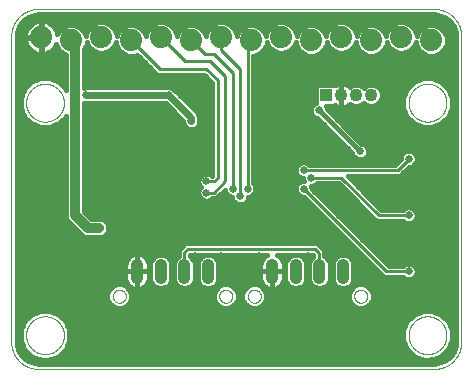
<source format=gbl>
G75*
%MOIN*%
%OFA0B0*%
%FSLAX25Y25*%
%IPPOS*%
%LPD*%
%AMOC8*
5,1,8,0,0,1.08239X$1,22.5*
%
%ADD10C,0.00000*%
%ADD11C,0.04134*%
%ADD12C,0.07400*%
%ADD13R,0.04350X0.04350*%
%ADD14C,0.04350*%
%ADD15C,0.02500*%
%ADD16C,0.01600*%
%ADD17C,0.02400*%
%ADD18C,0.01000*%
%ADD19C,0.03200*%
D10*
X0014550Y0005550D02*
X0146550Y0005550D01*
X0146767Y0005553D01*
X0146985Y0005561D01*
X0147202Y0005574D01*
X0147419Y0005592D01*
X0147635Y0005616D01*
X0147850Y0005644D01*
X0148065Y0005678D01*
X0148279Y0005718D01*
X0148492Y0005762D01*
X0148704Y0005812D01*
X0148914Y0005866D01*
X0149124Y0005926D01*
X0149331Y0005990D01*
X0149537Y0006060D01*
X0149741Y0006135D01*
X0149944Y0006214D01*
X0150144Y0006299D01*
X0150343Y0006388D01*
X0150539Y0006482D01*
X0150733Y0006581D01*
X0150924Y0006684D01*
X0151113Y0006792D01*
X0151299Y0006905D01*
X0151482Y0007022D01*
X0151663Y0007143D01*
X0151840Y0007269D01*
X0152014Y0007399D01*
X0152186Y0007533D01*
X0152354Y0007671D01*
X0152518Y0007813D01*
X0152679Y0007960D01*
X0152837Y0008110D01*
X0152990Y0008263D01*
X0153140Y0008421D01*
X0153287Y0008582D01*
X0153429Y0008746D01*
X0153567Y0008914D01*
X0153701Y0009086D01*
X0153831Y0009260D01*
X0153957Y0009437D01*
X0154078Y0009618D01*
X0154195Y0009801D01*
X0154308Y0009987D01*
X0154416Y0010176D01*
X0154519Y0010367D01*
X0154618Y0010561D01*
X0154712Y0010757D01*
X0154801Y0010956D01*
X0154886Y0011156D01*
X0154965Y0011359D01*
X0155040Y0011563D01*
X0155110Y0011769D01*
X0155174Y0011976D01*
X0155234Y0012186D01*
X0155288Y0012396D01*
X0155338Y0012608D01*
X0155382Y0012821D01*
X0155422Y0013035D01*
X0155456Y0013250D01*
X0155484Y0013465D01*
X0155508Y0013681D01*
X0155526Y0013898D01*
X0155539Y0014115D01*
X0155547Y0014333D01*
X0155550Y0014550D01*
X0155550Y0116550D01*
X0155547Y0116767D01*
X0155539Y0116985D01*
X0155526Y0117202D01*
X0155508Y0117419D01*
X0155484Y0117635D01*
X0155456Y0117850D01*
X0155422Y0118065D01*
X0155382Y0118279D01*
X0155338Y0118492D01*
X0155288Y0118704D01*
X0155234Y0118914D01*
X0155174Y0119124D01*
X0155110Y0119331D01*
X0155040Y0119537D01*
X0154965Y0119741D01*
X0154886Y0119944D01*
X0154801Y0120144D01*
X0154712Y0120343D01*
X0154618Y0120539D01*
X0154519Y0120733D01*
X0154416Y0120924D01*
X0154308Y0121113D01*
X0154195Y0121299D01*
X0154078Y0121482D01*
X0153957Y0121663D01*
X0153831Y0121840D01*
X0153701Y0122014D01*
X0153567Y0122186D01*
X0153429Y0122354D01*
X0153287Y0122518D01*
X0153140Y0122679D01*
X0152990Y0122837D01*
X0152837Y0122990D01*
X0152679Y0123140D01*
X0152518Y0123287D01*
X0152354Y0123429D01*
X0152186Y0123567D01*
X0152014Y0123701D01*
X0151840Y0123831D01*
X0151663Y0123957D01*
X0151482Y0124078D01*
X0151299Y0124195D01*
X0151113Y0124308D01*
X0150924Y0124416D01*
X0150733Y0124519D01*
X0150539Y0124618D01*
X0150343Y0124712D01*
X0150144Y0124801D01*
X0149944Y0124886D01*
X0149741Y0124965D01*
X0149537Y0125040D01*
X0149331Y0125110D01*
X0149124Y0125174D01*
X0148914Y0125234D01*
X0148704Y0125288D01*
X0148492Y0125338D01*
X0148279Y0125382D01*
X0148065Y0125422D01*
X0147850Y0125456D01*
X0147635Y0125484D01*
X0147419Y0125508D01*
X0147202Y0125526D01*
X0146985Y0125539D01*
X0146767Y0125547D01*
X0146550Y0125550D01*
X0014550Y0125550D01*
X0014333Y0125547D01*
X0014115Y0125539D01*
X0013898Y0125526D01*
X0013681Y0125508D01*
X0013465Y0125484D01*
X0013250Y0125456D01*
X0013035Y0125422D01*
X0012821Y0125382D01*
X0012608Y0125338D01*
X0012396Y0125288D01*
X0012186Y0125234D01*
X0011976Y0125174D01*
X0011769Y0125110D01*
X0011563Y0125040D01*
X0011359Y0124965D01*
X0011156Y0124886D01*
X0010956Y0124801D01*
X0010757Y0124712D01*
X0010561Y0124618D01*
X0010367Y0124519D01*
X0010176Y0124416D01*
X0009987Y0124308D01*
X0009801Y0124195D01*
X0009618Y0124078D01*
X0009437Y0123957D01*
X0009260Y0123831D01*
X0009086Y0123701D01*
X0008914Y0123567D01*
X0008746Y0123429D01*
X0008582Y0123287D01*
X0008421Y0123140D01*
X0008263Y0122990D01*
X0008110Y0122837D01*
X0007960Y0122679D01*
X0007813Y0122518D01*
X0007671Y0122354D01*
X0007533Y0122186D01*
X0007399Y0122014D01*
X0007269Y0121840D01*
X0007143Y0121663D01*
X0007022Y0121482D01*
X0006905Y0121299D01*
X0006792Y0121113D01*
X0006684Y0120924D01*
X0006581Y0120733D01*
X0006482Y0120539D01*
X0006388Y0120343D01*
X0006299Y0120144D01*
X0006214Y0119944D01*
X0006135Y0119741D01*
X0006060Y0119537D01*
X0005990Y0119331D01*
X0005926Y0119124D01*
X0005866Y0118914D01*
X0005812Y0118704D01*
X0005762Y0118492D01*
X0005718Y0118279D01*
X0005678Y0118065D01*
X0005644Y0117850D01*
X0005616Y0117635D01*
X0005592Y0117419D01*
X0005574Y0117202D01*
X0005561Y0116985D01*
X0005553Y0116767D01*
X0005550Y0116550D01*
X0005550Y0014550D01*
X0005553Y0014333D01*
X0005561Y0014115D01*
X0005574Y0013898D01*
X0005592Y0013681D01*
X0005616Y0013465D01*
X0005644Y0013250D01*
X0005678Y0013035D01*
X0005718Y0012821D01*
X0005762Y0012608D01*
X0005812Y0012396D01*
X0005866Y0012186D01*
X0005926Y0011976D01*
X0005990Y0011769D01*
X0006060Y0011563D01*
X0006135Y0011359D01*
X0006214Y0011156D01*
X0006299Y0010956D01*
X0006388Y0010757D01*
X0006482Y0010561D01*
X0006581Y0010367D01*
X0006684Y0010176D01*
X0006792Y0009987D01*
X0006905Y0009801D01*
X0007022Y0009618D01*
X0007143Y0009437D01*
X0007269Y0009260D01*
X0007399Y0009086D01*
X0007533Y0008914D01*
X0007671Y0008746D01*
X0007813Y0008582D01*
X0007960Y0008421D01*
X0008110Y0008263D01*
X0008263Y0008110D01*
X0008421Y0007960D01*
X0008582Y0007813D01*
X0008746Y0007671D01*
X0008914Y0007533D01*
X0009086Y0007399D01*
X0009260Y0007269D01*
X0009437Y0007143D01*
X0009618Y0007022D01*
X0009801Y0006905D01*
X0009987Y0006792D01*
X0010176Y0006684D01*
X0010367Y0006581D01*
X0010561Y0006482D01*
X0010757Y0006388D01*
X0010956Y0006299D01*
X0011156Y0006214D01*
X0011359Y0006135D01*
X0011563Y0006060D01*
X0011769Y0005990D01*
X0011976Y0005926D01*
X0012186Y0005866D01*
X0012396Y0005812D01*
X0012608Y0005762D01*
X0012821Y0005718D01*
X0013035Y0005678D01*
X0013250Y0005644D01*
X0013465Y0005616D01*
X0013681Y0005592D01*
X0013898Y0005574D01*
X0014115Y0005561D01*
X0014333Y0005553D01*
X0014550Y0005550D01*
X0010501Y0016800D02*
X0010503Y0016958D01*
X0010509Y0017116D01*
X0010519Y0017274D01*
X0010533Y0017432D01*
X0010551Y0017589D01*
X0010572Y0017746D01*
X0010598Y0017902D01*
X0010628Y0018058D01*
X0010661Y0018213D01*
X0010699Y0018366D01*
X0010740Y0018519D01*
X0010785Y0018671D01*
X0010834Y0018822D01*
X0010887Y0018971D01*
X0010943Y0019119D01*
X0011003Y0019265D01*
X0011067Y0019410D01*
X0011135Y0019553D01*
X0011206Y0019695D01*
X0011280Y0019835D01*
X0011358Y0019972D01*
X0011440Y0020108D01*
X0011524Y0020242D01*
X0011613Y0020373D01*
X0011704Y0020502D01*
X0011799Y0020629D01*
X0011896Y0020754D01*
X0011997Y0020876D01*
X0012101Y0020995D01*
X0012208Y0021112D01*
X0012318Y0021226D01*
X0012431Y0021337D01*
X0012546Y0021446D01*
X0012664Y0021551D01*
X0012785Y0021653D01*
X0012908Y0021753D01*
X0013034Y0021849D01*
X0013162Y0021942D01*
X0013292Y0022032D01*
X0013425Y0022118D01*
X0013560Y0022202D01*
X0013696Y0022281D01*
X0013835Y0022358D01*
X0013976Y0022430D01*
X0014118Y0022500D01*
X0014262Y0022565D01*
X0014408Y0022627D01*
X0014555Y0022685D01*
X0014704Y0022740D01*
X0014854Y0022791D01*
X0015005Y0022838D01*
X0015157Y0022881D01*
X0015310Y0022920D01*
X0015465Y0022956D01*
X0015620Y0022987D01*
X0015776Y0023015D01*
X0015932Y0023039D01*
X0016089Y0023059D01*
X0016247Y0023075D01*
X0016404Y0023087D01*
X0016563Y0023095D01*
X0016721Y0023099D01*
X0016879Y0023099D01*
X0017037Y0023095D01*
X0017196Y0023087D01*
X0017353Y0023075D01*
X0017511Y0023059D01*
X0017668Y0023039D01*
X0017824Y0023015D01*
X0017980Y0022987D01*
X0018135Y0022956D01*
X0018290Y0022920D01*
X0018443Y0022881D01*
X0018595Y0022838D01*
X0018746Y0022791D01*
X0018896Y0022740D01*
X0019045Y0022685D01*
X0019192Y0022627D01*
X0019338Y0022565D01*
X0019482Y0022500D01*
X0019624Y0022430D01*
X0019765Y0022358D01*
X0019904Y0022281D01*
X0020040Y0022202D01*
X0020175Y0022118D01*
X0020308Y0022032D01*
X0020438Y0021942D01*
X0020566Y0021849D01*
X0020692Y0021753D01*
X0020815Y0021653D01*
X0020936Y0021551D01*
X0021054Y0021446D01*
X0021169Y0021337D01*
X0021282Y0021226D01*
X0021392Y0021112D01*
X0021499Y0020995D01*
X0021603Y0020876D01*
X0021704Y0020754D01*
X0021801Y0020629D01*
X0021896Y0020502D01*
X0021987Y0020373D01*
X0022076Y0020242D01*
X0022160Y0020108D01*
X0022242Y0019972D01*
X0022320Y0019835D01*
X0022394Y0019695D01*
X0022465Y0019553D01*
X0022533Y0019410D01*
X0022597Y0019265D01*
X0022657Y0019119D01*
X0022713Y0018971D01*
X0022766Y0018822D01*
X0022815Y0018671D01*
X0022860Y0018519D01*
X0022901Y0018366D01*
X0022939Y0018213D01*
X0022972Y0018058D01*
X0023002Y0017902D01*
X0023028Y0017746D01*
X0023049Y0017589D01*
X0023067Y0017432D01*
X0023081Y0017274D01*
X0023091Y0017116D01*
X0023097Y0016958D01*
X0023099Y0016800D01*
X0023097Y0016642D01*
X0023091Y0016484D01*
X0023081Y0016326D01*
X0023067Y0016168D01*
X0023049Y0016011D01*
X0023028Y0015854D01*
X0023002Y0015698D01*
X0022972Y0015542D01*
X0022939Y0015387D01*
X0022901Y0015234D01*
X0022860Y0015081D01*
X0022815Y0014929D01*
X0022766Y0014778D01*
X0022713Y0014629D01*
X0022657Y0014481D01*
X0022597Y0014335D01*
X0022533Y0014190D01*
X0022465Y0014047D01*
X0022394Y0013905D01*
X0022320Y0013765D01*
X0022242Y0013628D01*
X0022160Y0013492D01*
X0022076Y0013358D01*
X0021987Y0013227D01*
X0021896Y0013098D01*
X0021801Y0012971D01*
X0021704Y0012846D01*
X0021603Y0012724D01*
X0021499Y0012605D01*
X0021392Y0012488D01*
X0021282Y0012374D01*
X0021169Y0012263D01*
X0021054Y0012154D01*
X0020936Y0012049D01*
X0020815Y0011947D01*
X0020692Y0011847D01*
X0020566Y0011751D01*
X0020438Y0011658D01*
X0020308Y0011568D01*
X0020175Y0011482D01*
X0020040Y0011398D01*
X0019904Y0011319D01*
X0019765Y0011242D01*
X0019624Y0011170D01*
X0019482Y0011100D01*
X0019338Y0011035D01*
X0019192Y0010973D01*
X0019045Y0010915D01*
X0018896Y0010860D01*
X0018746Y0010809D01*
X0018595Y0010762D01*
X0018443Y0010719D01*
X0018290Y0010680D01*
X0018135Y0010644D01*
X0017980Y0010613D01*
X0017824Y0010585D01*
X0017668Y0010561D01*
X0017511Y0010541D01*
X0017353Y0010525D01*
X0017196Y0010513D01*
X0017037Y0010505D01*
X0016879Y0010501D01*
X0016721Y0010501D01*
X0016563Y0010505D01*
X0016404Y0010513D01*
X0016247Y0010525D01*
X0016089Y0010541D01*
X0015932Y0010561D01*
X0015776Y0010585D01*
X0015620Y0010613D01*
X0015465Y0010644D01*
X0015310Y0010680D01*
X0015157Y0010719D01*
X0015005Y0010762D01*
X0014854Y0010809D01*
X0014704Y0010860D01*
X0014555Y0010915D01*
X0014408Y0010973D01*
X0014262Y0011035D01*
X0014118Y0011100D01*
X0013976Y0011170D01*
X0013835Y0011242D01*
X0013696Y0011319D01*
X0013560Y0011398D01*
X0013425Y0011482D01*
X0013292Y0011568D01*
X0013162Y0011658D01*
X0013034Y0011751D01*
X0012908Y0011847D01*
X0012785Y0011947D01*
X0012664Y0012049D01*
X0012546Y0012154D01*
X0012431Y0012263D01*
X0012318Y0012374D01*
X0012208Y0012488D01*
X0012101Y0012605D01*
X0011997Y0012724D01*
X0011896Y0012846D01*
X0011799Y0012971D01*
X0011704Y0013098D01*
X0011613Y0013227D01*
X0011524Y0013358D01*
X0011440Y0013492D01*
X0011358Y0013628D01*
X0011280Y0013765D01*
X0011206Y0013905D01*
X0011135Y0014047D01*
X0011067Y0014190D01*
X0011003Y0014335D01*
X0010943Y0014481D01*
X0010887Y0014629D01*
X0010834Y0014778D01*
X0010785Y0014929D01*
X0010740Y0015081D01*
X0010699Y0015234D01*
X0010661Y0015387D01*
X0010628Y0015542D01*
X0010598Y0015698D01*
X0010572Y0015854D01*
X0010551Y0016011D01*
X0010533Y0016168D01*
X0010519Y0016326D01*
X0010509Y0016484D01*
X0010503Y0016642D01*
X0010501Y0016800D01*
X0039418Y0029782D02*
X0039420Y0029875D01*
X0039426Y0029967D01*
X0039436Y0030059D01*
X0039450Y0030150D01*
X0039467Y0030241D01*
X0039489Y0030331D01*
X0039514Y0030420D01*
X0039543Y0030508D01*
X0039576Y0030594D01*
X0039613Y0030679D01*
X0039653Y0030763D01*
X0039697Y0030844D01*
X0039744Y0030924D01*
X0039794Y0031002D01*
X0039848Y0031077D01*
X0039905Y0031150D01*
X0039965Y0031220D01*
X0040028Y0031288D01*
X0040094Y0031353D01*
X0040162Y0031415D01*
X0040233Y0031475D01*
X0040307Y0031531D01*
X0040383Y0031584D01*
X0040461Y0031633D01*
X0040541Y0031680D01*
X0040623Y0031722D01*
X0040707Y0031762D01*
X0040792Y0031797D01*
X0040879Y0031829D01*
X0040967Y0031858D01*
X0041056Y0031882D01*
X0041146Y0031903D01*
X0041237Y0031919D01*
X0041329Y0031932D01*
X0041421Y0031941D01*
X0041514Y0031946D01*
X0041606Y0031947D01*
X0041699Y0031944D01*
X0041791Y0031937D01*
X0041883Y0031926D01*
X0041974Y0031911D01*
X0042065Y0031893D01*
X0042155Y0031870D01*
X0042243Y0031844D01*
X0042331Y0031814D01*
X0042417Y0031780D01*
X0042501Y0031743D01*
X0042584Y0031701D01*
X0042665Y0031657D01*
X0042745Y0031609D01*
X0042822Y0031558D01*
X0042896Y0031503D01*
X0042969Y0031445D01*
X0043039Y0031385D01*
X0043106Y0031321D01*
X0043170Y0031255D01*
X0043232Y0031185D01*
X0043290Y0031114D01*
X0043345Y0031040D01*
X0043397Y0030963D01*
X0043446Y0030884D01*
X0043492Y0030804D01*
X0043534Y0030721D01*
X0043572Y0030637D01*
X0043607Y0030551D01*
X0043638Y0030464D01*
X0043665Y0030376D01*
X0043688Y0030286D01*
X0043708Y0030196D01*
X0043724Y0030105D01*
X0043736Y0030013D01*
X0043744Y0029921D01*
X0043748Y0029828D01*
X0043748Y0029736D01*
X0043744Y0029643D01*
X0043736Y0029551D01*
X0043724Y0029459D01*
X0043708Y0029368D01*
X0043688Y0029278D01*
X0043665Y0029188D01*
X0043638Y0029100D01*
X0043607Y0029013D01*
X0043572Y0028927D01*
X0043534Y0028843D01*
X0043492Y0028760D01*
X0043446Y0028680D01*
X0043397Y0028601D01*
X0043345Y0028524D01*
X0043290Y0028450D01*
X0043232Y0028379D01*
X0043170Y0028309D01*
X0043106Y0028243D01*
X0043039Y0028179D01*
X0042969Y0028119D01*
X0042896Y0028061D01*
X0042822Y0028006D01*
X0042745Y0027955D01*
X0042666Y0027907D01*
X0042584Y0027863D01*
X0042501Y0027821D01*
X0042417Y0027784D01*
X0042331Y0027750D01*
X0042243Y0027720D01*
X0042155Y0027694D01*
X0042065Y0027671D01*
X0041974Y0027653D01*
X0041883Y0027638D01*
X0041791Y0027627D01*
X0041699Y0027620D01*
X0041606Y0027617D01*
X0041514Y0027618D01*
X0041421Y0027623D01*
X0041329Y0027632D01*
X0041237Y0027645D01*
X0041146Y0027661D01*
X0041056Y0027682D01*
X0040967Y0027706D01*
X0040879Y0027735D01*
X0040792Y0027767D01*
X0040707Y0027802D01*
X0040623Y0027842D01*
X0040541Y0027884D01*
X0040461Y0027931D01*
X0040383Y0027980D01*
X0040307Y0028033D01*
X0040233Y0028089D01*
X0040162Y0028149D01*
X0040094Y0028211D01*
X0040028Y0028276D01*
X0039965Y0028344D01*
X0039905Y0028414D01*
X0039848Y0028487D01*
X0039794Y0028562D01*
X0039744Y0028640D01*
X0039697Y0028720D01*
X0039653Y0028801D01*
X0039613Y0028885D01*
X0039576Y0028970D01*
X0039543Y0029056D01*
X0039514Y0029144D01*
X0039489Y0029233D01*
X0039467Y0029323D01*
X0039450Y0029414D01*
X0039436Y0029505D01*
X0039426Y0029597D01*
X0039420Y0029689D01*
X0039418Y0029782D01*
X0074852Y0029782D02*
X0074854Y0029875D01*
X0074860Y0029967D01*
X0074870Y0030059D01*
X0074884Y0030150D01*
X0074901Y0030241D01*
X0074923Y0030331D01*
X0074948Y0030420D01*
X0074977Y0030508D01*
X0075010Y0030594D01*
X0075047Y0030679D01*
X0075087Y0030763D01*
X0075131Y0030844D01*
X0075178Y0030924D01*
X0075228Y0031002D01*
X0075282Y0031077D01*
X0075339Y0031150D01*
X0075399Y0031220D01*
X0075462Y0031288D01*
X0075528Y0031353D01*
X0075596Y0031415D01*
X0075667Y0031475D01*
X0075741Y0031531D01*
X0075817Y0031584D01*
X0075895Y0031633D01*
X0075975Y0031680D01*
X0076057Y0031722D01*
X0076141Y0031762D01*
X0076226Y0031797D01*
X0076313Y0031829D01*
X0076401Y0031858D01*
X0076490Y0031882D01*
X0076580Y0031903D01*
X0076671Y0031919D01*
X0076763Y0031932D01*
X0076855Y0031941D01*
X0076948Y0031946D01*
X0077040Y0031947D01*
X0077133Y0031944D01*
X0077225Y0031937D01*
X0077317Y0031926D01*
X0077408Y0031911D01*
X0077499Y0031893D01*
X0077589Y0031870D01*
X0077677Y0031844D01*
X0077765Y0031814D01*
X0077851Y0031780D01*
X0077935Y0031743D01*
X0078018Y0031701D01*
X0078099Y0031657D01*
X0078179Y0031609D01*
X0078256Y0031558D01*
X0078330Y0031503D01*
X0078403Y0031445D01*
X0078473Y0031385D01*
X0078540Y0031321D01*
X0078604Y0031255D01*
X0078666Y0031185D01*
X0078724Y0031114D01*
X0078779Y0031040D01*
X0078831Y0030963D01*
X0078880Y0030884D01*
X0078926Y0030804D01*
X0078968Y0030721D01*
X0079006Y0030637D01*
X0079041Y0030551D01*
X0079072Y0030464D01*
X0079099Y0030376D01*
X0079122Y0030286D01*
X0079142Y0030196D01*
X0079158Y0030105D01*
X0079170Y0030013D01*
X0079178Y0029921D01*
X0079182Y0029828D01*
X0079182Y0029736D01*
X0079178Y0029643D01*
X0079170Y0029551D01*
X0079158Y0029459D01*
X0079142Y0029368D01*
X0079122Y0029278D01*
X0079099Y0029188D01*
X0079072Y0029100D01*
X0079041Y0029013D01*
X0079006Y0028927D01*
X0078968Y0028843D01*
X0078926Y0028760D01*
X0078880Y0028680D01*
X0078831Y0028601D01*
X0078779Y0028524D01*
X0078724Y0028450D01*
X0078666Y0028379D01*
X0078604Y0028309D01*
X0078540Y0028243D01*
X0078473Y0028179D01*
X0078403Y0028119D01*
X0078330Y0028061D01*
X0078256Y0028006D01*
X0078179Y0027955D01*
X0078100Y0027907D01*
X0078018Y0027863D01*
X0077935Y0027821D01*
X0077851Y0027784D01*
X0077765Y0027750D01*
X0077677Y0027720D01*
X0077589Y0027694D01*
X0077499Y0027671D01*
X0077408Y0027653D01*
X0077317Y0027638D01*
X0077225Y0027627D01*
X0077133Y0027620D01*
X0077040Y0027617D01*
X0076948Y0027618D01*
X0076855Y0027623D01*
X0076763Y0027632D01*
X0076671Y0027645D01*
X0076580Y0027661D01*
X0076490Y0027682D01*
X0076401Y0027706D01*
X0076313Y0027735D01*
X0076226Y0027767D01*
X0076141Y0027802D01*
X0076057Y0027842D01*
X0075975Y0027884D01*
X0075895Y0027931D01*
X0075817Y0027980D01*
X0075741Y0028033D01*
X0075667Y0028089D01*
X0075596Y0028149D01*
X0075528Y0028211D01*
X0075462Y0028276D01*
X0075399Y0028344D01*
X0075339Y0028414D01*
X0075282Y0028487D01*
X0075228Y0028562D01*
X0075178Y0028640D01*
X0075131Y0028720D01*
X0075087Y0028801D01*
X0075047Y0028885D01*
X0075010Y0028970D01*
X0074977Y0029056D01*
X0074948Y0029144D01*
X0074923Y0029233D01*
X0074901Y0029323D01*
X0074884Y0029414D01*
X0074870Y0029505D01*
X0074860Y0029597D01*
X0074854Y0029689D01*
X0074852Y0029782D01*
X0084418Y0029782D02*
X0084420Y0029875D01*
X0084426Y0029967D01*
X0084436Y0030059D01*
X0084450Y0030150D01*
X0084467Y0030241D01*
X0084489Y0030331D01*
X0084514Y0030420D01*
X0084543Y0030508D01*
X0084576Y0030594D01*
X0084613Y0030679D01*
X0084653Y0030763D01*
X0084697Y0030844D01*
X0084744Y0030924D01*
X0084794Y0031002D01*
X0084848Y0031077D01*
X0084905Y0031150D01*
X0084965Y0031220D01*
X0085028Y0031288D01*
X0085094Y0031353D01*
X0085162Y0031415D01*
X0085233Y0031475D01*
X0085307Y0031531D01*
X0085383Y0031584D01*
X0085461Y0031633D01*
X0085541Y0031680D01*
X0085623Y0031722D01*
X0085707Y0031762D01*
X0085792Y0031797D01*
X0085879Y0031829D01*
X0085967Y0031858D01*
X0086056Y0031882D01*
X0086146Y0031903D01*
X0086237Y0031919D01*
X0086329Y0031932D01*
X0086421Y0031941D01*
X0086514Y0031946D01*
X0086606Y0031947D01*
X0086699Y0031944D01*
X0086791Y0031937D01*
X0086883Y0031926D01*
X0086974Y0031911D01*
X0087065Y0031893D01*
X0087155Y0031870D01*
X0087243Y0031844D01*
X0087331Y0031814D01*
X0087417Y0031780D01*
X0087501Y0031743D01*
X0087584Y0031701D01*
X0087665Y0031657D01*
X0087745Y0031609D01*
X0087822Y0031558D01*
X0087896Y0031503D01*
X0087969Y0031445D01*
X0088039Y0031385D01*
X0088106Y0031321D01*
X0088170Y0031255D01*
X0088232Y0031185D01*
X0088290Y0031114D01*
X0088345Y0031040D01*
X0088397Y0030963D01*
X0088446Y0030884D01*
X0088492Y0030804D01*
X0088534Y0030721D01*
X0088572Y0030637D01*
X0088607Y0030551D01*
X0088638Y0030464D01*
X0088665Y0030376D01*
X0088688Y0030286D01*
X0088708Y0030196D01*
X0088724Y0030105D01*
X0088736Y0030013D01*
X0088744Y0029921D01*
X0088748Y0029828D01*
X0088748Y0029736D01*
X0088744Y0029643D01*
X0088736Y0029551D01*
X0088724Y0029459D01*
X0088708Y0029368D01*
X0088688Y0029278D01*
X0088665Y0029188D01*
X0088638Y0029100D01*
X0088607Y0029013D01*
X0088572Y0028927D01*
X0088534Y0028843D01*
X0088492Y0028760D01*
X0088446Y0028680D01*
X0088397Y0028601D01*
X0088345Y0028524D01*
X0088290Y0028450D01*
X0088232Y0028379D01*
X0088170Y0028309D01*
X0088106Y0028243D01*
X0088039Y0028179D01*
X0087969Y0028119D01*
X0087896Y0028061D01*
X0087822Y0028006D01*
X0087745Y0027955D01*
X0087666Y0027907D01*
X0087584Y0027863D01*
X0087501Y0027821D01*
X0087417Y0027784D01*
X0087331Y0027750D01*
X0087243Y0027720D01*
X0087155Y0027694D01*
X0087065Y0027671D01*
X0086974Y0027653D01*
X0086883Y0027638D01*
X0086791Y0027627D01*
X0086699Y0027620D01*
X0086606Y0027617D01*
X0086514Y0027618D01*
X0086421Y0027623D01*
X0086329Y0027632D01*
X0086237Y0027645D01*
X0086146Y0027661D01*
X0086056Y0027682D01*
X0085967Y0027706D01*
X0085879Y0027735D01*
X0085792Y0027767D01*
X0085707Y0027802D01*
X0085623Y0027842D01*
X0085541Y0027884D01*
X0085461Y0027931D01*
X0085383Y0027980D01*
X0085307Y0028033D01*
X0085233Y0028089D01*
X0085162Y0028149D01*
X0085094Y0028211D01*
X0085028Y0028276D01*
X0084965Y0028344D01*
X0084905Y0028414D01*
X0084848Y0028487D01*
X0084794Y0028562D01*
X0084744Y0028640D01*
X0084697Y0028720D01*
X0084653Y0028801D01*
X0084613Y0028885D01*
X0084576Y0028970D01*
X0084543Y0029056D01*
X0084514Y0029144D01*
X0084489Y0029233D01*
X0084467Y0029323D01*
X0084450Y0029414D01*
X0084436Y0029505D01*
X0084426Y0029597D01*
X0084420Y0029689D01*
X0084418Y0029782D01*
X0119852Y0029782D02*
X0119854Y0029875D01*
X0119860Y0029967D01*
X0119870Y0030059D01*
X0119884Y0030150D01*
X0119901Y0030241D01*
X0119923Y0030331D01*
X0119948Y0030420D01*
X0119977Y0030508D01*
X0120010Y0030594D01*
X0120047Y0030679D01*
X0120087Y0030763D01*
X0120131Y0030844D01*
X0120178Y0030924D01*
X0120228Y0031002D01*
X0120282Y0031077D01*
X0120339Y0031150D01*
X0120399Y0031220D01*
X0120462Y0031288D01*
X0120528Y0031353D01*
X0120596Y0031415D01*
X0120667Y0031475D01*
X0120741Y0031531D01*
X0120817Y0031584D01*
X0120895Y0031633D01*
X0120975Y0031680D01*
X0121057Y0031722D01*
X0121141Y0031762D01*
X0121226Y0031797D01*
X0121313Y0031829D01*
X0121401Y0031858D01*
X0121490Y0031882D01*
X0121580Y0031903D01*
X0121671Y0031919D01*
X0121763Y0031932D01*
X0121855Y0031941D01*
X0121948Y0031946D01*
X0122040Y0031947D01*
X0122133Y0031944D01*
X0122225Y0031937D01*
X0122317Y0031926D01*
X0122408Y0031911D01*
X0122499Y0031893D01*
X0122589Y0031870D01*
X0122677Y0031844D01*
X0122765Y0031814D01*
X0122851Y0031780D01*
X0122935Y0031743D01*
X0123018Y0031701D01*
X0123099Y0031657D01*
X0123179Y0031609D01*
X0123256Y0031558D01*
X0123330Y0031503D01*
X0123403Y0031445D01*
X0123473Y0031385D01*
X0123540Y0031321D01*
X0123604Y0031255D01*
X0123666Y0031185D01*
X0123724Y0031114D01*
X0123779Y0031040D01*
X0123831Y0030963D01*
X0123880Y0030884D01*
X0123926Y0030804D01*
X0123968Y0030721D01*
X0124006Y0030637D01*
X0124041Y0030551D01*
X0124072Y0030464D01*
X0124099Y0030376D01*
X0124122Y0030286D01*
X0124142Y0030196D01*
X0124158Y0030105D01*
X0124170Y0030013D01*
X0124178Y0029921D01*
X0124182Y0029828D01*
X0124182Y0029736D01*
X0124178Y0029643D01*
X0124170Y0029551D01*
X0124158Y0029459D01*
X0124142Y0029368D01*
X0124122Y0029278D01*
X0124099Y0029188D01*
X0124072Y0029100D01*
X0124041Y0029013D01*
X0124006Y0028927D01*
X0123968Y0028843D01*
X0123926Y0028760D01*
X0123880Y0028680D01*
X0123831Y0028601D01*
X0123779Y0028524D01*
X0123724Y0028450D01*
X0123666Y0028379D01*
X0123604Y0028309D01*
X0123540Y0028243D01*
X0123473Y0028179D01*
X0123403Y0028119D01*
X0123330Y0028061D01*
X0123256Y0028006D01*
X0123179Y0027955D01*
X0123100Y0027907D01*
X0123018Y0027863D01*
X0122935Y0027821D01*
X0122851Y0027784D01*
X0122765Y0027750D01*
X0122677Y0027720D01*
X0122589Y0027694D01*
X0122499Y0027671D01*
X0122408Y0027653D01*
X0122317Y0027638D01*
X0122225Y0027627D01*
X0122133Y0027620D01*
X0122040Y0027617D01*
X0121948Y0027618D01*
X0121855Y0027623D01*
X0121763Y0027632D01*
X0121671Y0027645D01*
X0121580Y0027661D01*
X0121490Y0027682D01*
X0121401Y0027706D01*
X0121313Y0027735D01*
X0121226Y0027767D01*
X0121141Y0027802D01*
X0121057Y0027842D01*
X0120975Y0027884D01*
X0120895Y0027931D01*
X0120817Y0027980D01*
X0120741Y0028033D01*
X0120667Y0028089D01*
X0120596Y0028149D01*
X0120528Y0028211D01*
X0120462Y0028276D01*
X0120399Y0028344D01*
X0120339Y0028414D01*
X0120282Y0028487D01*
X0120228Y0028562D01*
X0120178Y0028640D01*
X0120131Y0028720D01*
X0120087Y0028801D01*
X0120047Y0028885D01*
X0120010Y0028970D01*
X0119977Y0029056D01*
X0119948Y0029144D01*
X0119923Y0029233D01*
X0119901Y0029323D01*
X0119884Y0029414D01*
X0119870Y0029505D01*
X0119860Y0029597D01*
X0119854Y0029689D01*
X0119852Y0029782D01*
X0138001Y0016800D02*
X0138003Y0016958D01*
X0138009Y0017116D01*
X0138019Y0017274D01*
X0138033Y0017432D01*
X0138051Y0017589D01*
X0138072Y0017746D01*
X0138098Y0017902D01*
X0138128Y0018058D01*
X0138161Y0018213D01*
X0138199Y0018366D01*
X0138240Y0018519D01*
X0138285Y0018671D01*
X0138334Y0018822D01*
X0138387Y0018971D01*
X0138443Y0019119D01*
X0138503Y0019265D01*
X0138567Y0019410D01*
X0138635Y0019553D01*
X0138706Y0019695D01*
X0138780Y0019835D01*
X0138858Y0019972D01*
X0138940Y0020108D01*
X0139024Y0020242D01*
X0139113Y0020373D01*
X0139204Y0020502D01*
X0139299Y0020629D01*
X0139396Y0020754D01*
X0139497Y0020876D01*
X0139601Y0020995D01*
X0139708Y0021112D01*
X0139818Y0021226D01*
X0139931Y0021337D01*
X0140046Y0021446D01*
X0140164Y0021551D01*
X0140285Y0021653D01*
X0140408Y0021753D01*
X0140534Y0021849D01*
X0140662Y0021942D01*
X0140792Y0022032D01*
X0140925Y0022118D01*
X0141060Y0022202D01*
X0141196Y0022281D01*
X0141335Y0022358D01*
X0141476Y0022430D01*
X0141618Y0022500D01*
X0141762Y0022565D01*
X0141908Y0022627D01*
X0142055Y0022685D01*
X0142204Y0022740D01*
X0142354Y0022791D01*
X0142505Y0022838D01*
X0142657Y0022881D01*
X0142810Y0022920D01*
X0142965Y0022956D01*
X0143120Y0022987D01*
X0143276Y0023015D01*
X0143432Y0023039D01*
X0143589Y0023059D01*
X0143747Y0023075D01*
X0143904Y0023087D01*
X0144063Y0023095D01*
X0144221Y0023099D01*
X0144379Y0023099D01*
X0144537Y0023095D01*
X0144696Y0023087D01*
X0144853Y0023075D01*
X0145011Y0023059D01*
X0145168Y0023039D01*
X0145324Y0023015D01*
X0145480Y0022987D01*
X0145635Y0022956D01*
X0145790Y0022920D01*
X0145943Y0022881D01*
X0146095Y0022838D01*
X0146246Y0022791D01*
X0146396Y0022740D01*
X0146545Y0022685D01*
X0146692Y0022627D01*
X0146838Y0022565D01*
X0146982Y0022500D01*
X0147124Y0022430D01*
X0147265Y0022358D01*
X0147404Y0022281D01*
X0147540Y0022202D01*
X0147675Y0022118D01*
X0147808Y0022032D01*
X0147938Y0021942D01*
X0148066Y0021849D01*
X0148192Y0021753D01*
X0148315Y0021653D01*
X0148436Y0021551D01*
X0148554Y0021446D01*
X0148669Y0021337D01*
X0148782Y0021226D01*
X0148892Y0021112D01*
X0148999Y0020995D01*
X0149103Y0020876D01*
X0149204Y0020754D01*
X0149301Y0020629D01*
X0149396Y0020502D01*
X0149487Y0020373D01*
X0149576Y0020242D01*
X0149660Y0020108D01*
X0149742Y0019972D01*
X0149820Y0019835D01*
X0149894Y0019695D01*
X0149965Y0019553D01*
X0150033Y0019410D01*
X0150097Y0019265D01*
X0150157Y0019119D01*
X0150213Y0018971D01*
X0150266Y0018822D01*
X0150315Y0018671D01*
X0150360Y0018519D01*
X0150401Y0018366D01*
X0150439Y0018213D01*
X0150472Y0018058D01*
X0150502Y0017902D01*
X0150528Y0017746D01*
X0150549Y0017589D01*
X0150567Y0017432D01*
X0150581Y0017274D01*
X0150591Y0017116D01*
X0150597Y0016958D01*
X0150599Y0016800D01*
X0150597Y0016642D01*
X0150591Y0016484D01*
X0150581Y0016326D01*
X0150567Y0016168D01*
X0150549Y0016011D01*
X0150528Y0015854D01*
X0150502Y0015698D01*
X0150472Y0015542D01*
X0150439Y0015387D01*
X0150401Y0015234D01*
X0150360Y0015081D01*
X0150315Y0014929D01*
X0150266Y0014778D01*
X0150213Y0014629D01*
X0150157Y0014481D01*
X0150097Y0014335D01*
X0150033Y0014190D01*
X0149965Y0014047D01*
X0149894Y0013905D01*
X0149820Y0013765D01*
X0149742Y0013628D01*
X0149660Y0013492D01*
X0149576Y0013358D01*
X0149487Y0013227D01*
X0149396Y0013098D01*
X0149301Y0012971D01*
X0149204Y0012846D01*
X0149103Y0012724D01*
X0148999Y0012605D01*
X0148892Y0012488D01*
X0148782Y0012374D01*
X0148669Y0012263D01*
X0148554Y0012154D01*
X0148436Y0012049D01*
X0148315Y0011947D01*
X0148192Y0011847D01*
X0148066Y0011751D01*
X0147938Y0011658D01*
X0147808Y0011568D01*
X0147675Y0011482D01*
X0147540Y0011398D01*
X0147404Y0011319D01*
X0147265Y0011242D01*
X0147124Y0011170D01*
X0146982Y0011100D01*
X0146838Y0011035D01*
X0146692Y0010973D01*
X0146545Y0010915D01*
X0146396Y0010860D01*
X0146246Y0010809D01*
X0146095Y0010762D01*
X0145943Y0010719D01*
X0145790Y0010680D01*
X0145635Y0010644D01*
X0145480Y0010613D01*
X0145324Y0010585D01*
X0145168Y0010561D01*
X0145011Y0010541D01*
X0144853Y0010525D01*
X0144696Y0010513D01*
X0144537Y0010505D01*
X0144379Y0010501D01*
X0144221Y0010501D01*
X0144063Y0010505D01*
X0143904Y0010513D01*
X0143747Y0010525D01*
X0143589Y0010541D01*
X0143432Y0010561D01*
X0143276Y0010585D01*
X0143120Y0010613D01*
X0142965Y0010644D01*
X0142810Y0010680D01*
X0142657Y0010719D01*
X0142505Y0010762D01*
X0142354Y0010809D01*
X0142204Y0010860D01*
X0142055Y0010915D01*
X0141908Y0010973D01*
X0141762Y0011035D01*
X0141618Y0011100D01*
X0141476Y0011170D01*
X0141335Y0011242D01*
X0141196Y0011319D01*
X0141060Y0011398D01*
X0140925Y0011482D01*
X0140792Y0011568D01*
X0140662Y0011658D01*
X0140534Y0011751D01*
X0140408Y0011847D01*
X0140285Y0011947D01*
X0140164Y0012049D01*
X0140046Y0012154D01*
X0139931Y0012263D01*
X0139818Y0012374D01*
X0139708Y0012488D01*
X0139601Y0012605D01*
X0139497Y0012724D01*
X0139396Y0012846D01*
X0139299Y0012971D01*
X0139204Y0013098D01*
X0139113Y0013227D01*
X0139024Y0013358D01*
X0138940Y0013492D01*
X0138858Y0013628D01*
X0138780Y0013765D01*
X0138706Y0013905D01*
X0138635Y0014047D01*
X0138567Y0014190D01*
X0138503Y0014335D01*
X0138443Y0014481D01*
X0138387Y0014629D01*
X0138334Y0014778D01*
X0138285Y0014929D01*
X0138240Y0015081D01*
X0138199Y0015234D01*
X0138161Y0015387D01*
X0138128Y0015542D01*
X0138098Y0015698D01*
X0138072Y0015854D01*
X0138051Y0016011D01*
X0138033Y0016168D01*
X0138019Y0016326D01*
X0138009Y0016484D01*
X0138003Y0016642D01*
X0138001Y0016800D01*
X0138001Y0094300D02*
X0138003Y0094458D01*
X0138009Y0094616D01*
X0138019Y0094774D01*
X0138033Y0094932D01*
X0138051Y0095089D01*
X0138072Y0095246D01*
X0138098Y0095402D01*
X0138128Y0095558D01*
X0138161Y0095713D01*
X0138199Y0095866D01*
X0138240Y0096019D01*
X0138285Y0096171D01*
X0138334Y0096322D01*
X0138387Y0096471D01*
X0138443Y0096619D01*
X0138503Y0096765D01*
X0138567Y0096910D01*
X0138635Y0097053D01*
X0138706Y0097195D01*
X0138780Y0097335D01*
X0138858Y0097472D01*
X0138940Y0097608D01*
X0139024Y0097742D01*
X0139113Y0097873D01*
X0139204Y0098002D01*
X0139299Y0098129D01*
X0139396Y0098254D01*
X0139497Y0098376D01*
X0139601Y0098495D01*
X0139708Y0098612D01*
X0139818Y0098726D01*
X0139931Y0098837D01*
X0140046Y0098946D01*
X0140164Y0099051D01*
X0140285Y0099153D01*
X0140408Y0099253D01*
X0140534Y0099349D01*
X0140662Y0099442D01*
X0140792Y0099532D01*
X0140925Y0099618D01*
X0141060Y0099702D01*
X0141196Y0099781D01*
X0141335Y0099858D01*
X0141476Y0099930D01*
X0141618Y0100000D01*
X0141762Y0100065D01*
X0141908Y0100127D01*
X0142055Y0100185D01*
X0142204Y0100240D01*
X0142354Y0100291D01*
X0142505Y0100338D01*
X0142657Y0100381D01*
X0142810Y0100420D01*
X0142965Y0100456D01*
X0143120Y0100487D01*
X0143276Y0100515D01*
X0143432Y0100539D01*
X0143589Y0100559D01*
X0143747Y0100575D01*
X0143904Y0100587D01*
X0144063Y0100595D01*
X0144221Y0100599D01*
X0144379Y0100599D01*
X0144537Y0100595D01*
X0144696Y0100587D01*
X0144853Y0100575D01*
X0145011Y0100559D01*
X0145168Y0100539D01*
X0145324Y0100515D01*
X0145480Y0100487D01*
X0145635Y0100456D01*
X0145790Y0100420D01*
X0145943Y0100381D01*
X0146095Y0100338D01*
X0146246Y0100291D01*
X0146396Y0100240D01*
X0146545Y0100185D01*
X0146692Y0100127D01*
X0146838Y0100065D01*
X0146982Y0100000D01*
X0147124Y0099930D01*
X0147265Y0099858D01*
X0147404Y0099781D01*
X0147540Y0099702D01*
X0147675Y0099618D01*
X0147808Y0099532D01*
X0147938Y0099442D01*
X0148066Y0099349D01*
X0148192Y0099253D01*
X0148315Y0099153D01*
X0148436Y0099051D01*
X0148554Y0098946D01*
X0148669Y0098837D01*
X0148782Y0098726D01*
X0148892Y0098612D01*
X0148999Y0098495D01*
X0149103Y0098376D01*
X0149204Y0098254D01*
X0149301Y0098129D01*
X0149396Y0098002D01*
X0149487Y0097873D01*
X0149576Y0097742D01*
X0149660Y0097608D01*
X0149742Y0097472D01*
X0149820Y0097335D01*
X0149894Y0097195D01*
X0149965Y0097053D01*
X0150033Y0096910D01*
X0150097Y0096765D01*
X0150157Y0096619D01*
X0150213Y0096471D01*
X0150266Y0096322D01*
X0150315Y0096171D01*
X0150360Y0096019D01*
X0150401Y0095866D01*
X0150439Y0095713D01*
X0150472Y0095558D01*
X0150502Y0095402D01*
X0150528Y0095246D01*
X0150549Y0095089D01*
X0150567Y0094932D01*
X0150581Y0094774D01*
X0150591Y0094616D01*
X0150597Y0094458D01*
X0150599Y0094300D01*
X0150597Y0094142D01*
X0150591Y0093984D01*
X0150581Y0093826D01*
X0150567Y0093668D01*
X0150549Y0093511D01*
X0150528Y0093354D01*
X0150502Y0093198D01*
X0150472Y0093042D01*
X0150439Y0092887D01*
X0150401Y0092734D01*
X0150360Y0092581D01*
X0150315Y0092429D01*
X0150266Y0092278D01*
X0150213Y0092129D01*
X0150157Y0091981D01*
X0150097Y0091835D01*
X0150033Y0091690D01*
X0149965Y0091547D01*
X0149894Y0091405D01*
X0149820Y0091265D01*
X0149742Y0091128D01*
X0149660Y0090992D01*
X0149576Y0090858D01*
X0149487Y0090727D01*
X0149396Y0090598D01*
X0149301Y0090471D01*
X0149204Y0090346D01*
X0149103Y0090224D01*
X0148999Y0090105D01*
X0148892Y0089988D01*
X0148782Y0089874D01*
X0148669Y0089763D01*
X0148554Y0089654D01*
X0148436Y0089549D01*
X0148315Y0089447D01*
X0148192Y0089347D01*
X0148066Y0089251D01*
X0147938Y0089158D01*
X0147808Y0089068D01*
X0147675Y0088982D01*
X0147540Y0088898D01*
X0147404Y0088819D01*
X0147265Y0088742D01*
X0147124Y0088670D01*
X0146982Y0088600D01*
X0146838Y0088535D01*
X0146692Y0088473D01*
X0146545Y0088415D01*
X0146396Y0088360D01*
X0146246Y0088309D01*
X0146095Y0088262D01*
X0145943Y0088219D01*
X0145790Y0088180D01*
X0145635Y0088144D01*
X0145480Y0088113D01*
X0145324Y0088085D01*
X0145168Y0088061D01*
X0145011Y0088041D01*
X0144853Y0088025D01*
X0144696Y0088013D01*
X0144537Y0088005D01*
X0144379Y0088001D01*
X0144221Y0088001D01*
X0144063Y0088005D01*
X0143904Y0088013D01*
X0143747Y0088025D01*
X0143589Y0088041D01*
X0143432Y0088061D01*
X0143276Y0088085D01*
X0143120Y0088113D01*
X0142965Y0088144D01*
X0142810Y0088180D01*
X0142657Y0088219D01*
X0142505Y0088262D01*
X0142354Y0088309D01*
X0142204Y0088360D01*
X0142055Y0088415D01*
X0141908Y0088473D01*
X0141762Y0088535D01*
X0141618Y0088600D01*
X0141476Y0088670D01*
X0141335Y0088742D01*
X0141196Y0088819D01*
X0141060Y0088898D01*
X0140925Y0088982D01*
X0140792Y0089068D01*
X0140662Y0089158D01*
X0140534Y0089251D01*
X0140408Y0089347D01*
X0140285Y0089447D01*
X0140164Y0089549D01*
X0140046Y0089654D01*
X0139931Y0089763D01*
X0139818Y0089874D01*
X0139708Y0089988D01*
X0139601Y0090105D01*
X0139497Y0090224D01*
X0139396Y0090346D01*
X0139299Y0090471D01*
X0139204Y0090598D01*
X0139113Y0090727D01*
X0139024Y0090858D01*
X0138940Y0090992D01*
X0138858Y0091128D01*
X0138780Y0091265D01*
X0138706Y0091405D01*
X0138635Y0091547D01*
X0138567Y0091690D01*
X0138503Y0091835D01*
X0138443Y0091981D01*
X0138387Y0092129D01*
X0138334Y0092278D01*
X0138285Y0092429D01*
X0138240Y0092581D01*
X0138199Y0092734D01*
X0138161Y0092887D01*
X0138128Y0093042D01*
X0138098Y0093198D01*
X0138072Y0093354D01*
X0138051Y0093511D01*
X0138033Y0093668D01*
X0138019Y0093826D01*
X0138009Y0093984D01*
X0138003Y0094142D01*
X0138001Y0094300D01*
X0010501Y0094300D02*
X0010503Y0094458D01*
X0010509Y0094616D01*
X0010519Y0094774D01*
X0010533Y0094932D01*
X0010551Y0095089D01*
X0010572Y0095246D01*
X0010598Y0095402D01*
X0010628Y0095558D01*
X0010661Y0095713D01*
X0010699Y0095866D01*
X0010740Y0096019D01*
X0010785Y0096171D01*
X0010834Y0096322D01*
X0010887Y0096471D01*
X0010943Y0096619D01*
X0011003Y0096765D01*
X0011067Y0096910D01*
X0011135Y0097053D01*
X0011206Y0097195D01*
X0011280Y0097335D01*
X0011358Y0097472D01*
X0011440Y0097608D01*
X0011524Y0097742D01*
X0011613Y0097873D01*
X0011704Y0098002D01*
X0011799Y0098129D01*
X0011896Y0098254D01*
X0011997Y0098376D01*
X0012101Y0098495D01*
X0012208Y0098612D01*
X0012318Y0098726D01*
X0012431Y0098837D01*
X0012546Y0098946D01*
X0012664Y0099051D01*
X0012785Y0099153D01*
X0012908Y0099253D01*
X0013034Y0099349D01*
X0013162Y0099442D01*
X0013292Y0099532D01*
X0013425Y0099618D01*
X0013560Y0099702D01*
X0013696Y0099781D01*
X0013835Y0099858D01*
X0013976Y0099930D01*
X0014118Y0100000D01*
X0014262Y0100065D01*
X0014408Y0100127D01*
X0014555Y0100185D01*
X0014704Y0100240D01*
X0014854Y0100291D01*
X0015005Y0100338D01*
X0015157Y0100381D01*
X0015310Y0100420D01*
X0015465Y0100456D01*
X0015620Y0100487D01*
X0015776Y0100515D01*
X0015932Y0100539D01*
X0016089Y0100559D01*
X0016247Y0100575D01*
X0016404Y0100587D01*
X0016563Y0100595D01*
X0016721Y0100599D01*
X0016879Y0100599D01*
X0017037Y0100595D01*
X0017196Y0100587D01*
X0017353Y0100575D01*
X0017511Y0100559D01*
X0017668Y0100539D01*
X0017824Y0100515D01*
X0017980Y0100487D01*
X0018135Y0100456D01*
X0018290Y0100420D01*
X0018443Y0100381D01*
X0018595Y0100338D01*
X0018746Y0100291D01*
X0018896Y0100240D01*
X0019045Y0100185D01*
X0019192Y0100127D01*
X0019338Y0100065D01*
X0019482Y0100000D01*
X0019624Y0099930D01*
X0019765Y0099858D01*
X0019904Y0099781D01*
X0020040Y0099702D01*
X0020175Y0099618D01*
X0020308Y0099532D01*
X0020438Y0099442D01*
X0020566Y0099349D01*
X0020692Y0099253D01*
X0020815Y0099153D01*
X0020936Y0099051D01*
X0021054Y0098946D01*
X0021169Y0098837D01*
X0021282Y0098726D01*
X0021392Y0098612D01*
X0021499Y0098495D01*
X0021603Y0098376D01*
X0021704Y0098254D01*
X0021801Y0098129D01*
X0021896Y0098002D01*
X0021987Y0097873D01*
X0022076Y0097742D01*
X0022160Y0097608D01*
X0022242Y0097472D01*
X0022320Y0097335D01*
X0022394Y0097195D01*
X0022465Y0097053D01*
X0022533Y0096910D01*
X0022597Y0096765D01*
X0022657Y0096619D01*
X0022713Y0096471D01*
X0022766Y0096322D01*
X0022815Y0096171D01*
X0022860Y0096019D01*
X0022901Y0095866D01*
X0022939Y0095713D01*
X0022972Y0095558D01*
X0023002Y0095402D01*
X0023028Y0095246D01*
X0023049Y0095089D01*
X0023067Y0094932D01*
X0023081Y0094774D01*
X0023091Y0094616D01*
X0023097Y0094458D01*
X0023099Y0094300D01*
X0023097Y0094142D01*
X0023091Y0093984D01*
X0023081Y0093826D01*
X0023067Y0093668D01*
X0023049Y0093511D01*
X0023028Y0093354D01*
X0023002Y0093198D01*
X0022972Y0093042D01*
X0022939Y0092887D01*
X0022901Y0092734D01*
X0022860Y0092581D01*
X0022815Y0092429D01*
X0022766Y0092278D01*
X0022713Y0092129D01*
X0022657Y0091981D01*
X0022597Y0091835D01*
X0022533Y0091690D01*
X0022465Y0091547D01*
X0022394Y0091405D01*
X0022320Y0091265D01*
X0022242Y0091128D01*
X0022160Y0090992D01*
X0022076Y0090858D01*
X0021987Y0090727D01*
X0021896Y0090598D01*
X0021801Y0090471D01*
X0021704Y0090346D01*
X0021603Y0090224D01*
X0021499Y0090105D01*
X0021392Y0089988D01*
X0021282Y0089874D01*
X0021169Y0089763D01*
X0021054Y0089654D01*
X0020936Y0089549D01*
X0020815Y0089447D01*
X0020692Y0089347D01*
X0020566Y0089251D01*
X0020438Y0089158D01*
X0020308Y0089068D01*
X0020175Y0088982D01*
X0020040Y0088898D01*
X0019904Y0088819D01*
X0019765Y0088742D01*
X0019624Y0088670D01*
X0019482Y0088600D01*
X0019338Y0088535D01*
X0019192Y0088473D01*
X0019045Y0088415D01*
X0018896Y0088360D01*
X0018746Y0088309D01*
X0018595Y0088262D01*
X0018443Y0088219D01*
X0018290Y0088180D01*
X0018135Y0088144D01*
X0017980Y0088113D01*
X0017824Y0088085D01*
X0017668Y0088061D01*
X0017511Y0088041D01*
X0017353Y0088025D01*
X0017196Y0088013D01*
X0017037Y0088005D01*
X0016879Y0088001D01*
X0016721Y0088001D01*
X0016563Y0088005D01*
X0016404Y0088013D01*
X0016247Y0088025D01*
X0016089Y0088041D01*
X0015932Y0088061D01*
X0015776Y0088085D01*
X0015620Y0088113D01*
X0015465Y0088144D01*
X0015310Y0088180D01*
X0015157Y0088219D01*
X0015005Y0088262D01*
X0014854Y0088309D01*
X0014704Y0088360D01*
X0014555Y0088415D01*
X0014408Y0088473D01*
X0014262Y0088535D01*
X0014118Y0088600D01*
X0013976Y0088670D01*
X0013835Y0088742D01*
X0013696Y0088819D01*
X0013560Y0088898D01*
X0013425Y0088982D01*
X0013292Y0089068D01*
X0013162Y0089158D01*
X0013034Y0089251D01*
X0012908Y0089347D01*
X0012785Y0089447D01*
X0012664Y0089549D01*
X0012546Y0089654D01*
X0012431Y0089763D01*
X0012318Y0089874D01*
X0012208Y0089988D01*
X0012101Y0090105D01*
X0011997Y0090224D01*
X0011896Y0090346D01*
X0011799Y0090471D01*
X0011704Y0090598D01*
X0011613Y0090727D01*
X0011524Y0090858D01*
X0011440Y0090992D01*
X0011358Y0091128D01*
X0011280Y0091265D01*
X0011206Y0091405D01*
X0011135Y0091547D01*
X0011067Y0091690D01*
X0011003Y0091835D01*
X0010943Y0091981D01*
X0010887Y0092129D01*
X0010834Y0092278D01*
X0010785Y0092429D01*
X0010740Y0092581D01*
X0010699Y0092734D01*
X0010661Y0092887D01*
X0010628Y0093042D01*
X0010598Y0093198D01*
X0010572Y0093354D01*
X0010551Y0093511D01*
X0010533Y0093668D01*
X0010519Y0093826D01*
X0010509Y0093984D01*
X0010503Y0094142D01*
X0010501Y0094300D01*
D11*
X0047489Y0040117D02*
X0047489Y0035983D01*
X0055363Y0035983D02*
X0055363Y0040117D01*
X0063237Y0040117D02*
X0063237Y0035983D01*
X0071111Y0035983D02*
X0071111Y0040117D01*
X0092489Y0040117D02*
X0092489Y0035983D01*
X0100363Y0035983D02*
X0100363Y0040117D01*
X0108237Y0040117D02*
X0108237Y0035983D01*
X0116111Y0035983D02*
X0116111Y0040117D01*
D12*
X0125550Y0115050D03*
X0115550Y0116050D03*
X0105550Y0115050D03*
X0095550Y0116050D03*
X0085550Y0115050D03*
X0075550Y0116050D03*
X0065550Y0115050D03*
X0055550Y0116050D03*
X0045550Y0115050D03*
X0035550Y0116050D03*
X0025550Y0115050D03*
X0015550Y0116050D03*
X0135550Y0116050D03*
X0145550Y0115050D03*
D13*
X0110550Y0096800D03*
D14*
X0115550Y0096800D03*
X0120550Y0096800D03*
X0125550Y0096800D03*
D15*
X0130550Y0096800D03*
X0146800Y0081800D03*
X0153050Y0085550D03*
X0153050Y0075550D03*
X0153050Y0065550D03*
X0146800Y0063050D03*
X0153050Y0055550D03*
X0153050Y0045550D03*
X0146800Y0044300D03*
X0153050Y0035550D03*
X0153050Y0025550D03*
X0153050Y0015550D03*
X0145550Y0008050D03*
X0135550Y0008050D03*
X0125550Y0008050D03*
X0115550Y0008050D03*
X0105550Y0008050D03*
X0095550Y0008050D03*
X0085550Y0008050D03*
X0075550Y0008050D03*
X0065550Y0008050D03*
X0055550Y0008050D03*
X0045550Y0008050D03*
X0035550Y0008050D03*
X0025550Y0008050D03*
X0015550Y0008050D03*
X0008050Y0015550D03*
X0008050Y0025550D03*
X0008050Y0035550D03*
X0015550Y0043050D03*
X0008050Y0045550D03*
X0008050Y0055550D03*
X0008050Y0065550D03*
X0008050Y0075550D03*
X0008050Y0085550D03*
X0008050Y0095550D03*
X0008050Y0105550D03*
X0008050Y0115550D03*
X0015550Y0123050D03*
X0025550Y0123050D03*
X0035550Y0123050D03*
X0045550Y0123050D03*
X0055550Y0123050D03*
X0065550Y0123050D03*
X0075550Y0123050D03*
X0085550Y0123050D03*
X0095550Y0123050D03*
X0105550Y0123050D03*
X0115550Y0123050D03*
X0125550Y0123050D03*
X0135550Y0123050D03*
X0145550Y0123050D03*
X0153050Y0115550D03*
X0153050Y0105550D03*
X0153050Y0095550D03*
X0138050Y0075550D03*
X0131800Y0078050D03*
X0126800Y0078050D03*
X0121800Y0078050D03*
X0115550Y0078050D03*
X0106800Y0074300D03*
X0103050Y0071800D03*
X0105550Y0069300D03*
X0106800Y0065550D03*
X0103050Y0065550D03*
X0093050Y0066800D03*
X0084300Y0065550D03*
X0081800Y0063050D03*
X0079300Y0065550D03*
X0070550Y0064300D03*
X0070550Y0068050D03*
X0060550Y0061800D03*
X0065550Y0058050D03*
X0050550Y0060550D03*
X0048050Y0056800D03*
X0043050Y0053050D03*
X0034782Y0052568D03*
X0030550Y0048050D03*
X0031800Y0058050D03*
X0031800Y0061800D03*
X0023050Y0070550D03*
X0020550Y0068050D03*
X0020550Y0064300D03*
X0023050Y0079300D03*
X0023050Y0085550D03*
X0030550Y0090550D03*
X0030550Y0096800D03*
X0030550Y0103050D03*
X0030550Y0109300D03*
X0023050Y0109300D03*
X0023050Y0103050D03*
X0038050Y0090550D03*
X0036800Y0084300D03*
X0036800Y0078050D03*
X0036800Y0071800D03*
X0046800Y0069300D03*
X0046800Y0064300D03*
X0060550Y0084300D03*
X0060550Y0088050D03*
X0065550Y0088050D03*
X0070550Y0094300D03*
X0069300Y0101800D03*
X0058050Y0101800D03*
X0058050Y0096800D03*
X0045550Y0093050D03*
X0045550Y0089300D03*
X0044300Y0101800D03*
X0039300Y0101800D03*
X0039300Y0109300D03*
X0088050Y0109300D03*
X0090550Y0111800D03*
X0096800Y0094300D03*
X0096800Y0088050D03*
X0091800Y0083050D03*
X0105550Y0089300D03*
X0108050Y0091800D03*
X0121800Y0068050D03*
X0131800Y0068050D03*
X0135550Y0063050D03*
X0138050Y0056800D03*
X0118050Y0058050D03*
X0104300Y0043050D03*
X0104300Y0033050D03*
X0096800Y0033050D03*
X0091800Y0028050D03*
X0081800Y0028050D03*
X0075550Y0043050D03*
X0066800Y0043050D03*
X0059300Y0043050D03*
X0059300Y0033050D03*
X0051800Y0033050D03*
X0064300Y0021800D03*
X0088050Y0043050D03*
X0093050Y0051800D03*
X0096800Y0056800D03*
X0110550Y0028050D03*
X0138050Y0038050D03*
X0034300Y0038050D03*
X0025550Y0030550D03*
X0023050Y0038050D03*
X0034300Y0023050D03*
D16*
X0009459Y0009459D02*
X0008135Y0011281D01*
X0007439Y0013424D01*
X0007350Y0014550D01*
X0007350Y0116550D01*
X0007439Y0117676D01*
X0008135Y0119819D01*
X0009459Y0121641D01*
X0011281Y0122965D01*
X0013424Y0123661D01*
X0014550Y0123750D01*
X0146550Y0123750D01*
X0147676Y0123661D01*
X0149819Y0122965D01*
X0151641Y0121641D01*
X0152965Y0119819D01*
X0153661Y0117676D01*
X0153750Y0116550D01*
X0153750Y0115804D01*
X0153750Y0014550D01*
X0153661Y0013424D01*
X0152965Y0011281D01*
X0151641Y0009459D01*
X0149819Y0008135D01*
X0147676Y0007439D01*
X0146550Y0007350D01*
X0014550Y0007350D01*
X0013424Y0007439D01*
X0011281Y0008135D01*
X0009459Y0009459D01*
X0008815Y0010346D02*
X0011800Y0010346D01*
X0012212Y0009934D02*
X0015189Y0008701D01*
X0018411Y0008701D01*
X0021388Y0009934D01*
X0023666Y0012212D01*
X0024899Y0015189D01*
X0024899Y0018411D01*
X0023666Y0021388D01*
X0021388Y0023666D01*
X0018411Y0024899D01*
X0015189Y0024899D01*
X0012212Y0023666D01*
X0009934Y0021388D01*
X0008701Y0018411D01*
X0008701Y0015189D01*
X0009934Y0012212D01*
X0012212Y0009934D01*
X0010439Y0008747D02*
X0015077Y0008747D01*
X0018523Y0008747D02*
X0142577Y0008747D01*
X0142689Y0008701D02*
X0145911Y0008701D01*
X0148888Y0009934D01*
X0151166Y0012212D01*
X0152399Y0015189D01*
X0152399Y0018411D01*
X0151166Y0021388D01*
X0148888Y0023666D01*
X0145911Y0024899D01*
X0142689Y0024899D01*
X0139712Y0023666D01*
X0137434Y0021388D01*
X0136201Y0018411D01*
X0136201Y0015189D01*
X0137434Y0012212D01*
X0139712Y0009934D01*
X0142689Y0008701D01*
X0146023Y0008747D02*
X0150661Y0008747D01*
X0149300Y0010346D02*
X0152285Y0010346D01*
X0153181Y0011944D02*
X0150898Y0011944D01*
X0151717Y0013543D02*
X0153671Y0013543D01*
X0153750Y0015141D02*
X0152379Y0015141D01*
X0152399Y0016740D02*
X0153750Y0016740D01*
X0153750Y0018338D02*
X0152399Y0018338D01*
X0151767Y0019937D02*
X0153750Y0019937D01*
X0153750Y0021535D02*
X0151019Y0021535D01*
X0149420Y0023134D02*
X0153750Y0023134D01*
X0153750Y0024732D02*
X0146314Y0024732D01*
X0142286Y0024732D02*
X0018814Y0024732D01*
X0021920Y0023134D02*
X0139180Y0023134D01*
X0137581Y0021535D02*
X0023519Y0021535D01*
X0024267Y0019937D02*
X0136833Y0019937D01*
X0136201Y0018338D02*
X0024899Y0018338D01*
X0024899Y0016740D02*
X0136201Y0016740D01*
X0136221Y0015141D02*
X0024879Y0015141D01*
X0024217Y0013543D02*
X0136883Y0013543D01*
X0137702Y0011944D02*
X0023398Y0011944D01*
X0021800Y0010346D02*
X0139300Y0010346D01*
X0124263Y0026421D02*
X0122805Y0025817D01*
X0121228Y0025817D01*
X0119770Y0026421D01*
X0118655Y0027536D01*
X0118051Y0028994D01*
X0118051Y0030571D01*
X0118655Y0032028D01*
X0119770Y0033144D01*
X0121228Y0033748D01*
X0122805Y0033748D01*
X0124263Y0033144D01*
X0125378Y0032028D01*
X0125982Y0030571D01*
X0125982Y0028994D01*
X0125378Y0027536D01*
X0124263Y0026421D01*
X0124045Y0026331D02*
X0153750Y0026331D01*
X0153750Y0027929D02*
X0125541Y0027929D01*
X0125982Y0029528D02*
X0153750Y0029528D01*
X0153750Y0031126D02*
X0125752Y0031126D01*
X0124682Y0032725D02*
X0153750Y0032725D01*
X0153750Y0034323D02*
X0119176Y0034323D01*
X0119050Y0034019D02*
X0119578Y0035293D01*
X0119578Y0040807D01*
X0119050Y0042081D01*
X0118075Y0043056D01*
X0116801Y0043584D01*
X0115421Y0043584D01*
X0114147Y0043056D01*
X0113172Y0042081D01*
X0112644Y0040807D01*
X0112644Y0035293D01*
X0113172Y0034019D01*
X0114147Y0033044D01*
X0115421Y0032516D01*
X0116801Y0032516D01*
X0118075Y0033044D01*
X0119050Y0034019D01*
X0119351Y0032725D02*
X0117304Y0032725D01*
X0118281Y0031126D02*
X0090319Y0031126D01*
X0090549Y0030571D02*
X0089945Y0032028D01*
X0088830Y0033144D01*
X0087372Y0033748D01*
X0085795Y0033748D01*
X0084337Y0033144D01*
X0083222Y0032028D01*
X0082618Y0030571D01*
X0082618Y0028994D01*
X0083222Y0027536D01*
X0084337Y0026421D01*
X0085795Y0025817D01*
X0087372Y0025817D01*
X0088830Y0026421D01*
X0089945Y0027536D01*
X0090549Y0028994D01*
X0090549Y0030571D01*
X0090549Y0029528D02*
X0118051Y0029528D01*
X0118492Y0027929D02*
X0090108Y0027929D01*
X0088612Y0026331D02*
X0119988Y0026331D01*
X0114918Y0032725D02*
X0109430Y0032725D01*
X0108927Y0032516D02*
X0110201Y0033044D01*
X0111176Y0034019D01*
X0111704Y0035293D01*
X0111704Y0040807D01*
X0111176Y0042081D01*
X0110201Y0043056D01*
X0109950Y0043160D01*
X0109950Y0045087D01*
X0108837Y0046200D01*
X0107587Y0047450D01*
X0063513Y0047450D01*
X0062400Y0046337D01*
X0061337Y0045274D01*
X0061337Y0043082D01*
X0061273Y0043056D01*
X0060298Y0042081D01*
X0059770Y0040807D01*
X0059770Y0035293D01*
X0060298Y0034019D01*
X0061273Y0033044D01*
X0062547Y0032516D01*
X0063927Y0032516D01*
X0065201Y0033044D01*
X0066176Y0034019D01*
X0066704Y0035293D01*
X0066704Y0040807D01*
X0066176Y0042081D01*
X0065201Y0043056D01*
X0065137Y0043082D01*
X0065137Y0043650D01*
X0090914Y0043650D01*
X0090657Y0043544D01*
X0090024Y0043121D01*
X0089485Y0042582D01*
X0089062Y0041949D01*
X0088771Y0041245D01*
X0088622Y0040498D01*
X0088622Y0038050D01*
X0092489Y0038050D01*
X0096356Y0038050D01*
X0096356Y0040498D01*
X0096207Y0041245D01*
X0095916Y0041949D01*
X0095493Y0042582D01*
X0094954Y0043121D01*
X0094321Y0043544D01*
X0094064Y0043650D01*
X0106013Y0043650D01*
X0106150Y0043513D01*
X0106150Y0042933D01*
X0105298Y0042081D01*
X0104770Y0040807D01*
X0104770Y0035293D01*
X0105298Y0034019D01*
X0106273Y0033044D01*
X0107547Y0032516D01*
X0108927Y0032516D01*
X0107044Y0032725D02*
X0101556Y0032725D01*
X0101053Y0032516D02*
X0102327Y0033044D01*
X0103302Y0034019D01*
X0103830Y0035293D01*
X0103830Y0040807D01*
X0103302Y0042081D01*
X0102327Y0043056D01*
X0101053Y0043584D01*
X0099673Y0043584D01*
X0098399Y0043056D01*
X0097424Y0042081D01*
X0096896Y0040807D01*
X0096896Y0035293D01*
X0097424Y0034019D01*
X0098399Y0033044D01*
X0099673Y0032516D01*
X0101053Y0032516D01*
X0099170Y0032725D02*
X0094573Y0032725D01*
X0094321Y0032556D02*
X0094954Y0032979D01*
X0095493Y0033518D01*
X0095916Y0034151D01*
X0096207Y0034855D01*
X0096356Y0035602D01*
X0096356Y0038050D01*
X0092489Y0038050D01*
X0092489Y0038050D01*
X0092489Y0032116D01*
X0092870Y0032116D01*
X0093617Y0032265D01*
X0094321Y0032556D01*
X0092489Y0032725D02*
X0092489Y0032725D01*
X0092489Y0032116D02*
X0092489Y0038050D01*
X0092489Y0038050D01*
X0092489Y0038050D01*
X0088622Y0038050D01*
X0088622Y0035602D01*
X0088771Y0034855D01*
X0089062Y0034151D01*
X0089485Y0033518D01*
X0090024Y0032979D01*
X0090657Y0032556D01*
X0091361Y0032265D01*
X0092108Y0032116D01*
X0092489Y0032116D01*
X0090405Y0032725D02*
X0089249Y0032725D01*
X0088991Y0034323D02*
X0074176Y0034323D01*
X0074050Y0034019D02*
X0074578Y0035293D01*
X0074578Y0040807D01*
X0074050Y0042081D01*
X0073075Y0043056D01*
X0071801Y0043584D01*
X0070421Y0043584D01*
X0069147Y0043056D01*
X0068172Y0042081D01*
X0067644Y0040807D01*
X0067644Y0035293D01*
X0068172Y0034019D01*
X0069147Y0033044D01*
X0070421Y0032516D01*
X0071801Y0032516D01*
X0073075Y0033044D01*
X0074050Y0034019D01*
X0074770Y0033144D02*
X0073655Y0032028D01*
X0073051Y0030571D01*
X0073051Y0028994D01*
X0073655Y0027536D01*
X0074770Y0026421D01*
X0076228Y0025817D01*
X0077805Y0025817D01*
X0079263Y0026421D01*
X0080378Y0027536D01*
X0080982Y0028994D01*
X0080982Y0030571D01*
X0080378Y0032028D01*
X0079263Y0033144D01*
X0077805Y0033748D01*
X0076228Y0033748D01*
X0074770Y0033144D01*
X0074351Y0032725D02*
X0072304Y0032725D01*
X0073281Y0031126D02*
X0045319Y0031126D01*
X0045549Y0030571D02*
X0044945Y0032028D01*
X0043830Y0033144D01*
X0042372Y0033748D01*
X0040795Y0033748D01*
X0039337Y0033144D01*
X0038222Y0032028D01*
X0037618Y0030571D01*
X0037618Y0028994D01*
X0038222Y0027536D01*
X0039337Y0026421D01*
X0040795Y0025817D01*
X0042372Y0025817D01*
X0043830Y0026421D01*
X0044945Y0027536D01*
X0045549Y0028994D01*
X0045549Y0030571D01*
X0045549Y0029528D02*
X0073051Y0029528D01*
X0073492Y0027929D02*
X0045108Y0027929D01*
X0043612Y0026331D02*
X0074988Y0026331D01*
X0079045Y0026331D02*
X0084554Y0026331D01*
X0083059Y0027929D02*
X0080541Y0027929D01*
X0080982Y0029528D02*
X0082618Y0029528D01*
X0082848Y0031126D02*
X0080752Y0031126D01*
X0079682Y0032725D02*
X0083918Y0032725D01*
X0088622Y0035922D02*
X0074578Y0035922D01*
X0074578Y0037520D02*
X0088622Y0037520D01*
X0088622Y0039119D02*
X0074578Y0039119D01*
X0074578Y0040717D02*
X0088666Y0040717D01*
X0089307Y0042316D02*
X0073815Y0042316D01*
X0068407Y0042316D02*
X0065941Y0042316D01*
X0066704Y0040717D02*
X0067644Y0040717D01*
X0067644Y0039119D02*
X0066704Y0039119D01*
X0066704Y0037520D02*
X0067644Y0037520D01*
X0067644Y0035922D02*
X0066704Y0035922D01*
X0066302Y0034323D02*
X0068046Y0034323D01*
X0069918Y0032725D02*
X0064430Y0032725D01*
X0062044Y0032725D02*
X0056556Y0032725D01*
X0056053Y0032516D02*
X0057327Y0033044D01*
X0058302Y0034019D01*
X0058830Y0035293D01*
X0058830Y0040807D01*
X0058302Y0042081D01*
X0057327Y0043056D01*
X0056053Y0043584D01*
X0054673Y0043584D01*
X0053399Y0043056D01*
X0052424Y0042081D01*
X0051896Y0040807D01*
X0051896Y0035293D01*
X0052424Y0034019D01*
X0053399Y0033044D01*
X0054673Y0032516D01*
X0056053Y0032516D01*
X0054170Y0032725D02*
X0049573Y0032725D01*
X0049321Y0032556D02*
X0049954Y0032979D01*
X0050493Y0033518D01*
X0050916Y0034151D01*
X0051207Y0034855D01*
X0051356Y0035602D01*
X0051356Y0038050D01*
X0051356Y0040498D01*
X0051207Y0041245D01*
X0050916Y0041949D01*
X0050493Y0042582D01*
X0049954Y0043121D01*
X0049321Y0043544D01*
X0048617Y0043835D01*
X0047870Y0043984D01*
X0047489Y0043984D01*
X0047489Y0038050D01*
X0051356Y0038050D01*
X0047489Y0038050D01*
X0047489Y0038050D01*
X0047489Y0038050D01*
X0047489Y0032116D01*
X0047870Y0032116D01*
X0048617Y0032265D01*
X0049321Y0032556D01*
X0047489Y0032725D02*
X0047489Y0032725D01*
X0047489Y0032116D02*
X0047489Y0038050D01*
X0047489Y0038050D01*
X0047489Y0043984D01*
X0047108Y0043984D01*
X0046361Y0043835D01*
X0045657Y0043544D01*
X0045024Y0043121D01*
X0044485Y0042582D01*
X0044062Y0041949D01*
X0043771Y0041245D01*
X0043622Y0040498D01*
X0043622Y0038050D01*
X0047489Y0038050D01*
X0047489Y0038050D01*
X0043622Y0038050D01*
X0043622Y0035602D01*
X0043771Y0034855D01*
X0044062Y0034151D01*
X0044485Y0033518D01*
X0045024Y0032979D01*
X0045657Y0032556D01*
X0046361Y0032265D01*
X0047108Y0032116D01*
X0047489Y0032116D01*
X0045405Y0032725D02*
X0044249Y0032725D01*
X0043991Y0034323D02*
X0007350Y0034323D01*
X0007350Y0035922D02*
X0043622Y0035922D01*
X0043622Y0037520D02*
X0007350Y0037520D01*
X0007350Y0039119D02*
X0043622Y0039119D01*
X0043666Y0040717D02*
X0007350Y0040717D01*
X0007350Y0042316D02*
X0044307Y0042316D01*
X0046758Y0043914D02*
X0007350Y0043914D01*
X0007350Y0045513D02*
X0061576Y0045513D01*
X0061337Y0043914D02*
X0048220Y0043914D01*
X0047489Y0043914D02*
X0047489Y0043914D01*
X0047489Y0042316D02*
X0047489Y0042316D01*
X0047489Y0040717D02*
X0047489Y0040717D01*
X0047489Y0039119D02*
X0047489Y0039119D01*
X0047489Y0037520D02*
X0047489Y0037520D01*
X0047489Y0035922D02*
X0047489Y0035922D01*
X0047489Y0034323D02*
X0047489Y0034323D01*
X0050987Y0034323D02*
X0052298Y0034323D01*
X0051896Y0035922D02*
X0051356Y0035922D01*
X0051356Y0037520D02*
X0051896Y0037520D01*
X0051896Y0039119D02*
X0051356Y0039119D01*
X0051312Y0040717D02*
X0051896Y0040717D01*
X0052659Y0042316D02*
X0050670Y0042316D01*
X0058067Y0042316D02*
X0060533Y0042316D01*
X0059770Y0040717D02*
X0058830Y0040717D01*
X0058830Y0039119D02*
X0059770Y0039119D01*
X0059770Y0037520D02*
X0058830Y0037520D01*
X0058830Y0035922D02*
X0059770Y0035922D01*
X0060172Y0034323D02*
X0058428Y0034323D01*
X0063174Y0047111D02*
X0007350Y0047111D01*
X0007350Y0048710D02*
X0117203Y0048710D01*
X0115605Y0050308D02*
X0036766Y0050308D01*
X0036482Y0050024D02*
X0037326Y0050868D01*
X0037782Y0051971D01*
X0037782Y0053164D01*
X0037326Y0054267D01*
X0036482Y0055111D01*
X0035379Y0055568D01*
X0032275Y0055568D01*
X0029800Y0058043D01*
X0029800Y0094242D01*
X0030023Y0094150D01*
X0031077Y0094150D01*
X0031198Y0094200D01*
X0056973Y0094200D01*
X0062900Y0088273D01*
X0062900Y0087523D01*
X0063303Y0086549D01*
X0064049Y0085803D01*
X0065023Y0085400D01*
X0066077Y0085400D01*
X0067051Y0085803D01*
X0067797Y0086549D01*
X0068200Y0087523D01*
X0068200Y0088577D01*
X0068150Y0088698D01*
X0068150Y0089817D01*
X0067754Y0090773D01*
X0067023Y0091504D01*
X0060347Y0098180D01*
X0060297Y0098301D01*
X0059551Y0099047D01*
X0058577Y0099450D01*
X0057523Y0099450D01*
X0057402Y0099400D01*
X0031198Y0099400D01*
X0031077Y0099450D01*
X0030023Y0099450D01*
X0029800Y0099358D01*
X0029800Y0112087D01*
X0029874Y0112161D01*
X0030650Y0114036D01*
X0030650Y0114553D01*
X0031226Y0113161D01*
X0032661Y0111726D01*
X0034536Y0110950D01*
X0036564Y0110950D01*
X0038439Y0111726D01*
X0039874Y0113161D01*
X0040450Y0114553D01*
X0040450Y0114036D01*
X0041226Y0112161D01*
X0042661Y0110726D01*
X0044536Y0109950D01*
X0046564Y0109950D01*
X0047553Y0110360D01*
X0054263Y0103650D01*
X0069763Y0103650D01*
X0072400Y0101013D01*
X0072400Y0070087D01*
X0072330Y0070017D01*
X0072051Y0070297D01*
X0071077Y0070700D01*
X0070023Y0070700D01*
X0069049Y0070297D01*
X0068303Y0069551D01*
X0067900Y0068577D01*
X0067900Y0067523D01*
X0068303Y0066549D01*
X0068677Y0066175D01*
X0068303Y0065801D01*
X0067900Y0064827D01*
X0067900Y0063773D01*
X0068303Y0062799D01*
X0069049Y0062053D01*
X0070023Y0061650D01*
X0071077Y0061650D01*
X0072051Y0062053D01*
X0072398Y0062400D01*
X0073837Y0062400D01*
X0076650Y0065213D01*
X0076650Y0065023D01*
X0077053Y0064049D01*
X0077799Y0063303D01*
X0078773Y0062900D01*
X0079150Y0062900D01*
X0079150Y0062523D01*
X0079553Y0061549D01*
X0080299Y0060803D01*
X0081273Y0060400D01*
X0082327Y0060400D01*
X0083301Y0060803D01*
X0084047Y0061549D01*
X0084450Y0062523D01*
X0084450Y0062900D01*
X0084827Y0062900D01*
X0085801Y0063303D01*
X0086547Y0064049D01*
X0086950Y0065023D01*
X0086950Y0066077D01*
X0086547Y0067051D01*
X0086200Y0067398D01*
X0086200Y0109950D01*
X0086564Y0109950D01*
X0088439Y0110726D01*
X0089874Y0112161D01*
X0090650Y0114036D01*
X0090650Y0114553D01*
X0091226Y0113161D01*
X0092661Y0111726D01*
X0094536Y0110950D01*
X0096564Y0110950D01*
X0098439Y0111726D01*
X0099874Y0113161D01*
X0100450Y0114553D01*
X0100450Y0114036D01*
X0101226Y0112161D01*
X0102661Y0110726D01*
X0104536Y0109950D01*
X0106564Y0109950D01*
X0108439Y0110726D01*
X0109874Y0112161D01*
X0110650Y0114036D01*
X0110650Y0114553D01*
X0111226Y0113161D01*
X0112661Y0111726D01*
X0114536Y0110950D01*
X0116564Y0110950D01*
X0118439Y0111726D01*
X0119874Y0113161D01*
X0120450Y0114553D01*
X0120450Y0114036D01*
X0121226Y0112161D01*
X0122661Y0110726D01*
X0124536Y0109950D01*
X0126564Y0109950D01*
X0128439Y0110726D01*
X0129874Y0112161D01*
X0130650Y0114036D01*
X0130650Y0114553D01*
X0131226Y0113161D01*
X0132661Y0111726D01*
X0134536Y0110950D01*
X0136564Y0110950D01*
X0138439Y0111726D01*
X0139874Y0113161D01*
X0140450Y0114553D01*
X0140450Y0114036D01*
X0141226Y0112161D01*
X0142661Y0110726D01*
X0144536Y0109950D01*
X0146564Y0109950D01*
X0148439Y0110726D01*
X0149874Y0112161D01*
X0150650Y0114036D01*
X0150650Y0116064D01*
X0149874Y0117939D01*
X0148439Y0119374D01*
X0146564Y0120150D01*
X0144536Y0120150D01*
X0142661Y0119374D01*
X0141226Y0117939D01*
X0140650Y0116547D01*
X0140650Y0117064D01*
X0139874Y0118939D01*
X0138439Y0120374D01*
X0136564Y0121150D01*
X0134536Y0121150D01*
X0132661Y0120374D01*
X0131226Y0118939D01*
X0130450Y0117064D01*
X0130450Y0116547D01*
X0129874Y0117939D01*
X0128439Y0119374D01*
X0126564Y0120150D01*
X0124536Y0120150D01*
X0122661Y0119374D01*
X0121226Y0117939D01*
X0120650Y0116547D01*
X0120650Y0117064D01*
X0119874Y0118939D01*
X0118439Y0120374D01*
X0116564Y0121150D01*
X0114536Y0121150D01*
X0112661Y0120374D01*
X0111226Y0118939D01*
X0110450Y0117064D01*
X0110450Y0116547D01*
X0109874Y0117939D01*
X0108439Y0119374D01*
X0106564Y0120150D01*
X0104536Y0120150D01*
X0102661Y0119374D01*
X0101226Y0117939D01*
X0100650Y0116547D01*
X0100650Y0117064D01*
X0099874Y0118939D01*
X0098439Y0120374D01*
X0096564Y0121150D01*
X0094536Y0121150D01*
X0092661Y0120374D01*
X0091226Y0118939D01*
X0090450Y0117064D01*
X0090450Y0116547D01*
X0089874Y0117939D01*
X0088439Y0119374D01*
X0086564Y0120150D01*
X0084536Y0120150D01*
X0082661Y0119374D01*
X0081226Y0117939D01*
X0080650Y0116547D01*
X0080650Y0117064D01*
X0079874Y0118939D01*
X0078439Y0120374D01*
X0076564Y0121150D01*
X0074536Y0121150D01*
X0072661Y0120374D01*
X0071226Y0118939D01*
X0070450Y0117064D01*
X0070450Y0116547D01*
X0069874Y0117939D01*
X0068439Y0119374D01*
X0066564Y0120150D01*
X0064536Y0120150D01*
X0062661Y0119374D01*
X0061226Y0117939D01*
X0060650Y0116547D01*
X0060650Y0117064D01*
X0059874Y0118939D01*
X0058439Y0120374D01*
X0056564Y0121150D01*
X0054536Y0121150D01*
X0052661Y0120374D01*
X0051226Y0118939D01*
X0050450Y0117064D01*
X0050450Y0116547D01*
X0049874Y0117939D01*
X0048439Y0119374D01*
X0046564Y0120150D01*
X0044536Y0120150D01*
X0042661Y0119374D01*
X0041226Y0117939D01*
X0040650Y0116547D01*
X0040650Y0117064D01*
X0039874Y0118939D01*
X0038439Y0120374D01*
X0036564Y0121150D01*
X0034536Y0121150D01*
X0032661Y0120374D01*
X0031226Y0118939D01*
X0030450Y0117064D01*
X0030450Y0116547D01*
X0029874Y0117939D01*
X0028439Y0119374D01*
X0026564Y0120150D01*
X0024536Y0120150D01*
X0022661Y0119374D01*
X0021226Y0117939D01*
X0020932Y0117228D01*
X0020915Y0117338D01*
X0020647Y0118161D01*
X0020254Y0118933D01*
X0019745Y0119633D01*
X0019133Y0120245D01*
X0018433Y0120754D01*
X0017661Y0121147D01*
X0016838Y0121415D01*
X0015983Y0121550D01*
X0015750Y0121550D01*
X0015750Y0116250D01*
X0015350Y0116250D01*
X0015350Y0121550D01*
X0015117Y0121550D01*
X0014262Y0121415D01*
X0013439Y0121147D01*
X0012667Y0120754D01*
X0011967Y0120245D01*
X0011355Y0119633D01*
X0010846Y0118933D01*
X0010453Y0118161D01*
X0010185Y0117338D01*
X0010050Y0116483D01*
X0010050Y0116250D01*
X0015350Y0116250D01*
X0015350Y0115850D01*
X0015750Y0115850D01*
X0015750Y0110550D01*
X0015983Y0110550D01*
X0016838Y0110685D01*
X0017661Y0110953D01*
X0018433Y0111346D01*
X0019133Y0111855D01*
X0019745Y0112467D01*
X0020254Y0113167D01*
X0020560Y0113769D01*
X0021226Y0112161D01*
X0022661Y0110726D01*
X0023800Y0110255D01*
X0023800Y0098565D01*
X0023666Y0098888D01*
X0021388Y0101166D01*
X0018411Y0102399D01*
X0015189Y0102399D01*
X0012212Y0101166D01*
X0009934Y0098888D01*
X0008701Y0095911D01*
X0008701Y0092689D01*
X0009934Y0089712D01*
X0012212Y0087434D01*
X0015189Y0086201D01*
X0018411Y0086201D01*
X0021388Y0087434D01*
X0023666Y0089712D01*
X0023800Y0090035D01*
X0023800Y0056203D01*
X0024257Y0055101D01*
X0028489Y0050868D01*
X0029333Y0050024D01*
X0030436Y0049568D01*
X0035379Y0049568D01*
X0036482Y0050024D01*
X0037756Y0051907D02*
X0114006Y0051907D01*
X0112408Y0053505D02*
X0037641Y0053505D01*
X0036489Y0055104D02*
X0110809Y0055104D01*
X0109211Y0056702D02*
X0031140Y0056702D01*
X0029800Y0058301D02*
X0107612Y0058301D01*
X0106014Y0059899D02*
X0029800Y0059899D01*
X0029800Y0061498D02*
X0079604Y0061498D01*
X0078299Y0063096D02*
X0074533Y0063096D01*
X0076132Y0064695D02*
X0076786Y0064695D01*
X0072400Y0071089D02*
X0029800Y0071089D01*
X0029800Y0069490D02*
X0068278Y0069490D01*
X0067900Y0067892D02*
X0029800Y0067892D01*
X0029800Y0066293D02*
X0068559Y0066293D01*
X0067900Y0064695D02*
X0029800Y0064695D01*
X0029800Y0063096D02*
X0068180Y0063096D01*
X0072400Y0072687D02*
X0029800Y0072687D01*
X0029800Y0074286D02*
X0072400Y0074286D01*
X0072400Y0075884D02*
X0029800Y0075884D01*
X0029800Y0077483D02*
X0072400Y0077483D01*
X0072400Y0079082D02*
X0029800Y0079082D01*
X0029800Y0080680D02*
X0072400Y0080680D01*
X0072400Y0082279D02*
X0029800Y0082279D01*
X0029800Y0083877D02*
X0072400Y0083877D01*
X0072400Y0085476D02*
X0066260Y0085476D01*
X0064840Y0085476D02*
X0029800Y0085476D01*
X0029800Y0087074D02*
X0063086Y0087074D01*
X0062500Y0088673D02*
X0029800Y0088673D01*
X0029800Y0090271D02*
X0060902Y0090271D01*
X0059303Y0091870D02*
X0029800Y0091870D01*
X0029800Y0093468D02*
X0057705Y0093468D01*
X0061862Y0096665D02*
X0072400Y0096665D01*
X0072400Y0095067D02*
X0063460Y0095067D01*
X0065059Y0093468D02*
X0072400Y0093468D01*
X0072400Y0091870D02*
X0066657Y0091870D01*
X0067962Y0090271D02*
X0072400Y0090271D01*
X0072400Y0088673D02*
X0068160Y0088673D01*
X0068014Y0087074D02*
X0072400Y0087074D01*
X0072400Y0098264D02*
X0060312Y0098264D01*
X0053255Y0104658D02*
X0029800Y0104658D01*
X0029800Y0106256D02*
X0051657Y0106256D01*
X0050058Y0107855D02*
X0029800Y0107855D01*
X0029800Y0109453D02*
X0048460Y0109453D01*
X0042336Y0111052D02*
X0036810Y0111052D01*
X0034290Y0111052D02*
X0029800Y0111052D01*
X0030076Y0112650D02*
X0031737Y0112650D01*
X0030776Y0114249D02*
X0030650Y0114249D01*
X0030608Y0117446D02*
X0030078Y0117446D01*
X0031332Y0119044D02*
X0028768Y0119044D01*
X0033311Y0120643D02*
X0018586Y0120643D01*
X0020173Y0119044D02*
X0022332Y0119044D01*
X0021022Y0117446D02*
X0020880Y0117446D01*
X0021024Y0112650D02*
X0019878Y0112650D01*
X0017855Y0111052D02*
X0022336Y0111052D01*
X0023800Y0109453D02*
X0007350Y0109453D01*
X0007350Y0111052D02*
X0013245Y0111052D01*
X0013439Y0110953D02*
X0014262Y0110685D01*
X0015117Y0110550D01*
X0015350Y0110550D01*
X0015350Y0115850D01*
X0010050Y0115850D01*
X0010050Y0115617D01*
X0010185Y0114762D01*
X0010453Y0113939D01*
X0010846Y0113167D01*
X0011355Y0112467D01*
X0011967Y0111855D01*
X0012667Y0111346D01*
X0013439Y0110953D01*
X0015350Y0111052D02*
X0015750Y0111052D01*
X0015750Y0112650D02*
X0015350Y0112650D01*
X0015350Y0114249D02*
X0015750Y0114249D01*
X0015750Y0115847D02*
X0015350Y0115847D01*
X0015350Y0117446D02*
X0015750Y0117446D01*
X0015750Y0119044D02*
X0015350Y0119044D01*
X0015350Y0120643D02*
X0015750Y0120643D01*
X0012514Y0120643D02*
X0008733Y0120643D01*
X0007883Y0119044D02*
X0010927Y0119044D01*
X0010220Y0117446D02*
X0007420Y0117446D01*
X0007350Y0115847D02*
X0010050Y0115847D01*
X0010352Y0114249D02*
X0007350Y0114249D01*
X0007350Y0112650D02*
X0011222Y0112650D01*
X0007350Y0107855D02*
X0023800Y0107855D01*
X0023800Y0106256D02*
X0007350Y0106256D01*
X0007350Y0104658D02*
X0023800Y0104658D01*
X0023800Y0103059D02*
X0007350Y0103059D01*
X0007350Y0101461D02*
X0012923Y0101461D01*
X0010908Y0099862D02*
X0007350Y0099862D01*
X0007350Y0098264D02*
X0009675Y0098264D01*
X0009013Y0096665D02*
X0007350Y0096665D01*
X0007350Y0095067D02*
X0008701Y0095067D01*
X0008701Y0093468D02*
X0007350Y0093468D01*
X0007350Y0091870D02*
X0009040Y0091870D01*
X0009702Y0090271D02*
X0007350Y0090271D01*
X0007350Y0088673D02*
X0010973Y0088673D01*
X0013081Y0087074D02*
X0007350Y0087074D01*
X0007350Y0085476D02*
X0023800Y0085476D01*
X0023800Y0087074D02*
X0020519Y0087074D01*
X0022627Y0088673D02*
X0023800Y0088673D01*
X0023800Y0083877D02*
X0007350Y0083877D01*
X0007350Y0082279D02*
X0023800Y0082279D01*
X0023800Y0080680D02*
X0007350Y0080680D01*
X0007350Y0079082D02*
X0023800Y0079082D01*
X0023800Y0077483D02*
X0007350Y0077483D01*
X0007350Y0075884D02*
X0023800Y0075884D01*
X0023800Y0074286D02*
X0007350Y0074286D01*
X0007350Y0072687D02*
X0023800Y0072687D01*
X0023800Y0071089D02*
X0007350Y0071089D01*
X0007350Y0069490D02*
X0023800Y0069490D01*
X0023800Y0067892D02*
X0007350Y0067892D01*
X0007350Y0066293D02*
X0023800Y0066293D01*
X0023800Y0064695D02*
X0007350Y0064695D01*
X0007350Y0063096D02*
X0023800Y0063096D01*
X0023800Y0061498D02*
X0007350Y0061498D01*
X0007350Y0059899D02*
X0023800Y0059899D01*
X0023800Y0058301D02*
X0007350Y0058301D01*
X0007350Y0056702D02*
X0023800Y0056702D01*
X0024255Y0055104D02*
X0007350Y0055104D01*
X0007350Y0053505D02*
X0025852Y0053505D01*
X0027451Y0051907D02*
X0007350Y0051907D01*
X0007350Y0050308D02*
X0029049Y0050308D01*
X0038918Y0032725D02*
X0007350Y0032725D01*
X0007350Y0031126D02*
X0037848Y0031126D01*
X0037618Y0029528D02*
X0007350Y0029528D01*
X0007350Y0027929D02*
X0038059Y0027929D01*
X0039554Y0026331D02*
X0007350Y0026331D01*
X0007350Y0024732D02*
X0014786Y0024732D01*
X0011680Y0023134D02*
X0007350Y0023134D01*
X0007350Y0021535D02*
X0010081Y0021535D01*
X0009333Y0019937D02*
X0007350Y0019937D01*
X0007350Y0018338D02*
X0008701Y0018338D01*
X0008701Y0016740D02*
X0007350Y0016740D01*
X0007350Y0015141D02*
X0008721Y0015141D01*
X0009383Y0013543D02*
X0007429Y0013543D01*
X0007919Y0011944D02*
X0010202Y0011944D01*
X0083996Y0061498D02*
X0104415Y0061498D01*
X0103013Y0062900D02*
X0128650Y0037263D01*
X0129763Y0036150D01*
X0136202Y0036150D01*
X0136549Y0035803D01*
X0137523Y0035400D01*
X0138577Y0035400D01*
X0139551Y0035803D01*
X0140297Y0036549D01*
X0140700Y0037523D01*
X0140700Y0038577D01*
X0140297Y0039551D01*
X0139551Y0040297D01*
X0138577Y0040700D01*
X0137523Y0040700D01*
X0136549Y0040297D01*
X0136202Y0039950D01*
X0131337Y0039950D01*
X0105700Y0065587D01*
X0105700Y0066077D01*
X0105463Y0066650D01*
X0106077Y0066650D01*
X0107051Y0067053D01*
X0107398Y0067400D01*
X0114763Y0067400D01*
X0126150Y0056013D01*
X0127263Y0054900D01*
X0136202Y0054900D01*
X0136549Y0054553D01*
X0137523Y0054150D01*
X0138577Y0054150D01*
X0139551Y0054553D01*
X0140297Y0055299D01*
X0140700Y0056273D01*
X0140700Y0057327D01*
X0140297Y0058301D01*
X0153750Y0058301D01*
X0153750Y0059899D02*
X0127638Y0059899D01*
X0128837Y0058700D02*
X0117637Y0069900D01*
X0135087Y0069900D01*
X0138087Y0072900D01*
X0138577Y0072900D01*
X0139551Y0073303D01*
X0140297Y0074049D01*
X0140700Y0075023D01*
X0140700Y0076077D01*
X0140297Y0077051D01*
X0139551Y0077797D01*
X0138577Y0078200D01*
X0137523Y0078200D01*
X0136549Y0077797D01*
X0135803Y0077051D01*
X0135400Y0076077D01*
X0135400Y0075587D01*
X0133513Y0073700D01*
X0104898Y0073700D01*
X0104551Y0074047D01*
X0103577Y0074450D01*
X0102523Y0074450D01*
X0101549Y0074047D01*
X0100803Y0073301D01*
X0100400Y0072327D01*
X0100400Y0071273D01*
X0100803Y0070299D01*
X0101549Y0069553D01*
X0102523Y0069150D01*
X0102900Y0069150D01*
X0102900Y0068773D01*
X0103137Y0068200D01*
X0102523Y0068200D01*
X0101549Y0067797D01*
X0100803Y0067051D01*
X0100400Y0066077D01*
X0100400Y0065023D01*
X0100803Y0064049D01*
X0101549Y0063303D01*
X0102523Y0062900D01*
X0103013Y0062900D01*
X0102049Y0063096D02*
X0085301Y0063096D01*
X0086814Y0064695D02*
X0100536Y0064695D01*
X0100490Y0066293D02*
X0086860Y0066293D01*
X0086200Y0067892D02*
X0101779Y0067892D01*
X0101701Y0069490D02*
X0086200Y0069490D01*
X0086200Y0071089D02*
X0100476Y0071089D01*
X0100549Y0072687D02*
X0086200Y0072687D01*
X0086200Y0074286D02*
X0102127Y0074286D01*
X0103973Y0074286D02*
X0134099Y0074286D01*
X0135400Y0075884D02*
X0123382Y0075884D01*
X0123301Y0075803D02*
X0124047Y0076549D01*
X0124450Y0077523D01*
X0124450Y0078577D01*
X0124047Y0079551D01*
X0123301Y0080297D01*
X0122327Y0080700D01*
X0122261Y0080700D01*
X0110700Y0092261D01*
X0110700Y0092327D01*
X0110328Y0093225D01*
X0113305Y0093225D01*
X0113481Y0093402D01*
X0113667Y0093277D01*
X0114391Y0092978D01*
X0115158Y0092825D01*
X0115550Y0092825D01*
X0115941Y0092825D01*
X0116709Y0092978D01*
X0117433Y0093277D01*
X0118084Y0093712D01*
X0118333Y0093961D01*
X0118525Y0093769D01*
X0119839Y0093225D01*
X0121261Y0093225D01*
X0122575Y0093769D01*
X0123050Y0094244D01*
X0123525Y0093769D01*
X0124839Y0093225D01*
X0126261Y0093225D01*
X0127575Y0093769D01*
X0128581Y0094775D01*
X0129125Y0096089D01*
X0129125Y0097511D01*
X0128581Y0098825D01*
X0127575Y0099831D01*
X0126261Y0100375D01*
X0124839Y0100375D01*
X0123525Y0099831D01*
X0123050Y0099356D01*
X0122575Y0099831D01*
X0121261Y0100375D01*
X0119839Y0100375D01*
X0118525Y0099831D01*
X0118333Y0099639D01*
X0118084Y0099888D01*
X0117433Y0100323D01*
X0116709Y0100622D01*
X0115941Y0100775D01*
X0115550Y0100775D01*
X0115550Y0096800D01*
X0115550Y0096800D01*
X0115550Y0092825D01*
X0115550Y0096800D01*
X0115550Y0096800D01*
X0115550Y0100775D01*
X0115158Y0100775D01*
X0114391Y0100622D01*
X0113667Y0100323D01*
X0113481Y0100198D01*
X0113305Y0100375D01*
X0107795Y0100375D01*
X0106975Y0099555D01*
X0106975Y0094223D01*
X0106549Y0094047D01*
X0105803Y0093301D01*
X0105400Y0092327D01*
X0105400Y0091273D01*
X0105803Y0090299D01*
X0106549Y0089553D01*
X0107523Y0089150D01*
X0107589Y0089150D01*
X0119150Y0077589D01*
X0119150Y0077523D01*
X0119553Y0076549D01*
X0120299Y0075803D01*
X0121273Y0075400D01*
X0122327Y0075400D01*
X0123301Y0075803D01*
X0124433Y0077483D02*
X0136235Y0077483D01*
X0139865Y0077483D02*
X0153750Y0077483D01*
X0153750Y0075884D02*
X0140700Y0075884D01*
X0140395Y0074286D02*
X0153750Y0074286D01*
X0153750Y0072687D02*
X0137874Y0072687D01*
X0136276Y0071089D02*
X0153750Y0071089D01*
X0153750Y0069490D02*
X0118047Y0069490D01*
X0119645Y0067892D02*
X0153750Y0067892D01*
X0153750Y0066293D02*
X0121244Y0066293D01*
X0122842Y0064695D02*
X0153750Y0064695D01*
X0153750Y0063096D02*
X0124441Y0063096D01*
X0126039Y0061498D02*
X0153750Y0061498D01*
X0153750Y0056702D02*
X0140700Y0056702D01*
X0140297Y0058301D02*
X0139551Y0059047D01*
X0138577Y0059450D01*
X0137523Y0059450D01*
X0136549Y0059047D01*
X0136202Y0058700D01*
X0128837Y0058700D01*
X0125461Y0056702D02*
X0114585Y0056702D01*
X0116183Y0055104D02*
X0127059Y0055104D01*
X0123862Y0058301D02*
X0112986Y0058301D01*
X0111388Y0059899D02*
X0122264Y0059899D01*
X0120665Y0061498D02*
X0109789Y0061498D01*
X0108191Y0063096D02*
X0119067Y0063096D01*
X0117468Y0064695D02*
X0106592Y0064695D01*
X0105610Y0066293D02*
X0115870Y0066293D01*
X0120218Y0075884D02*
X0086200Y0075884D01*
X0086200Y0077483D02*
X0119167Y0077483D01*
X0117657Y0079082D02*
X0086200Y0079082D01*
X0086200Y0080680D02*
X0116059Y0080680D01*
X0114460Y0082279D02*
X0086200Y0082279D01*
X0086200Y0083877D02*
X0112862Y0083877D01*
X0111263Y0085476D02*
X0086200Y0085476D01*
X0086200Y0087074D02*
X0109665Y0087074D01*
X0108066Y0088673D02*
X0086200Y0088673D01*
X0086200Y0090271D02*
X0105831Y0090271D01*
X0105400Y0091870D02*
X0086200Y0091870D01*
X0086200Y0093468D02*
X0105970Y0093468D01*
X0106975Y0095067D02*
X0086200Y0095067D01*
X0086200Y0096665D02*
X0106975Y0096665D01*
X0106975Y0098264D02*
X0086200Y0098264D01*
X0086200Y0099862D02*
X0107282Y0099862D01*
X0115550Y0099862D02*
X0115550Y0099862D01*
X0115550Y0098264D02*
X0115550Y0098264D01*
X0115550Y0096665D02*
X0115550Y0096665D01*
X0115550Y0095067D02*
X0115550Y0095067D01*
X0115550Y0093468D02*
X0115550Y0093468D01*
X0117718Y0093468D02*
X0119252Y0093468D01*
X0121848Y0093468D02*
X0124252Y0093468D01*
X0126848Y0093468D02*
X0136201Y0093468D01*
X0136201Y0092689D02*
X0137434Y0089712D01*
X0139712Y0087434D01*
X0142689Y0086201D01*
X0145911Y0086201D01*
X0148888Y0087434D01*
X0151166Y0089712D01*
X0152399Y0092689D01*
X0152399Y0095911D01*
X0151166Y0098888D01*
X0148888Y0101166D01*
X0145911Y0102399D01*
X0142689Y0102399D01*
X0139712Y0101166D01*
X0137434Y0098888D01*
X0136201Y0095911D01*
X0136201Y0092689D01*
X0136540Y0091870D02*
X0111092Y0091870D01*
X0112690Y0090271D02*
X0137202Y0090271D01*
X0138473Y0088673D02*
X0114289Y0088673D01*
X0115887Y0087074D02*
X0140581Y0087074D01*
X0148019Y0087074D02*
X0153750Y0087074D01*
X0153750Y0085476D02*
X0117486Y0085476D01*
X0119084Y0083877D02*
X0153750Y0083877D01*
X0153750Y0082279D02*
X0120683Y0082279D01*
X0122375Y0080680D02*
X0153750Y0080680D01*
X0153750Y0079082D02*
X0124241Y0079082D01*
X0121800Y0078050D02*
X0108050Y0091800D01*
X0118109Y0099862D02*
X0118601Y0099862D01*
X0122499Y0099862D02*
X0123601Y0099862D01*
X0127499Y0099862D02*
X0138408Y0099862D01*
X0137175Y0098264D02*
X0128813Y0098264D01*
X0129125Y0096665D02*
X0136513Y0096665D01*
X0136201Y0095067D02*
X0128702Y0095067D01*
X0140423Y0101461D02*
X0086200Y0101461D01*
X0086200Y0103059D02*
X0153750Y0103059D01*
X0153750Y0101461D02*
X0148177Y0101461D01*
X0150192Y0099862D02*
X0153750Y0099862D01*
X0153750Y0098264D02*
X0151425Y0098264D01*
X0152087Y0096665D02*
X0153750Y0096665D01*
X0153750Y0095067D02*
X0152399Y0095067D01*
X0152399Y0093468D02*
X0153750Y0093468D01*
X0153750Y0091870D02*
X0152060Y0091870D01*
X0151398Y0090271D02*
X0153750Y0090271D01*
X0153750Y0088673D02*
X0150127Y0088673D01*
X0153750Y0104658D02*
X0086200Y0104658D01*
X0086200Y0106256D02*
X0153750Y0106256D01*
X0153750Y0107855D02*
X0086200Y0107855D01*
X0086200Y0109453D02*
X0153750Y0109453D01*
X0153750Y0111052D02*
X0148764Y0111052D01*
X0150076Y0112650D02*
X0153750Y0112650D01*
X0153750Y0114249D02*
X0150650Y0114249D01*
X0150650Y0115847D02*
X0153750Y0115847D01*
X0153679Y0117446D02*
X0150078Y0117446D01*
X0148768Y0119044D02*
X0153217Y0119044D01*
X0152366Y0120643D02*
X0137789Y0120643D01*
X0139768Y0119044D02*
X0142332Y0119044D01*
X0141022Y0117446D02*
X0140492Y0117446D01*
X0140450Y0114249D02*
X0140324Y0114249D01*
X0141024Y0112650D02*
X0139363Y0112650D01*
X0136810Y0111052D02*
X0142336Y0111052D01*
X0134290Y0111052D02*
X0128764Y0111052D01*
X0130076Y0112650D02*
X0131737Y0112650D01*
X0130776Y0114249D02*
X0130650Y0114249D01*
X0130608Y0117446D02*
X0130078Y0117446D01*
X0131332Y0119044D02*
X0128768Y0119044D01*
X0133311Y0120643D02*
X0117789Y0120643D01*
X0119768Y0119044D02*
X0122332Y0119044D01*
X0121022Y0117446D02*
X0120492Y0117446D01*
X0120450Y0114249D02*
X0120324Y0114249D01*
X0121024Y0112650D02*
X0119363Y0112650D01*
X0116810Y0111052D02*
X0122336Y0111052D01*
X0114290Y0111052D02*
X0108764Y0111052D01*
X0110076Y0112650D02*
X0111737Y0112650D01*
X0110776Y0114249D02*
X0110650Y0114249D01*
X0110608Y0117446D02*
X0110078Y0117446D01*
X0111332Y0119044D02*
X0108768Y0119044D01*
X0113311Y0120643D02*
X0097789Y0120643D01*
X0099768Y0119044D02*
X0102332Y0119044D01*
X0101022Y0117446D02*
X0100492Y0117446D01*
X0100450Y0114249D02*
X0100324Y0114249D01*
X0101024Y0112650D02*
X0099363Y0112650D01*
X0096810Y0111052D02*
X0102336Y0111052D01*
X0094290Y0111052D02*
X0088764Y0111052D01*
X0090076Y0112650D02*
X0091737Y0112650D01*
X0090776Y0114249D02*
X0090650Y0114249D01*
X0090608Y0117446D02*
X0090078Y0117446D01*
X0091332Y0119044D02*
X0088768Y0119044D01*
X0093311Y0120643D02*
X0077789Y0120643D01*
X0079768Y0119044D02*
X0082332Y0119044D01*
X0081022Y0117446D02*
X0080492Y0117446D01*
X0073311Y0120643D02*
X0057789Y0120643D01*
X0059768Y0119044D02*
X0062332Y0119044D01*
X0061022Y0117446D02*
X0060492Y0117446D01*
X0053311Y0120643D02*
X0037789Y0120643D01*
X0039768Y0119044D02*
X0042332Y0119044D01*
X0041022Y0117446D02*
X0040492Y0117446D01*
X0040450Y0114249D02*
X0040324Y0114249D01*
X0041024Y0112650D02*
X0039363Y0112650D01*
X0048768Y0119044D02*
X0051332Y0119044D01*
X0050608Y0117446D02*
X0050078Y0117446D01*
X0068768Y0119044D02*
X0071332Y0119044D01*
X0070608Y0117446D02*
X0070078Y0117446D01*
X0070354Y0103059D02*
X0029800Y0103059D01*
X0029800Y0101461D02*
X0071952Y0101461D01*
X0072400Y0099862D02*
X0029800Y0099862D01*
X0023800Y0099862D02*
X0022692Y0099862D01*
X0023800Y0101461D02*
X0020677Y0101461D01*
X0010285Y0122241D02*
X0150815Y0122241D01*
X0153750Y0055104D02*
X0140102Y0055104D01*
X0153750Y0045513D02*
X0125774Y0045513D01*
X0124176Y0047111D02*
X0153750Y0047111D01*
X0153750Y0048710D02*
X0122577Y0048710D01*
X0120979Y0050308D02*
X0153750Y0050308D01*
X0153750Y0051907D02*
X0119380Y0051907D01*
X0117782Y0053505D02*
X0153750Y0053505D01*
X0153750Y0043914D02*
X0127373Y0043914D01*
X0128971Y0042316D02*
X0153750Y0042316D01*
X0153750Y0040717D02*
X0130570Y0040717D01*
X0128393Y0037520D02*
X0119578Y0037520D01*
X0119578Y0035922D02*
X0136431Y0035922D01*
X0139669Y0035922D02*
X0153750Y0035922D01*
X0153750Y0037520D02*
X0140699Y0037520D01*
X0140476Y0039119D02*
X0153750Y0039119D01*
X0126794Y0039119D02*
X0119578Y0039119D01*
X0119578Y0040717D02*
X0125196Y0040717D01*
X0123597Y0042316D02*
X0118815Y0042316D01*
X0121999Y0043914D02*
X0109950Y0043914D01*
X0109524Y0045513D02*
X0120400Y0045513D01*
X0118802Y0047111D02*
X0107926Y0047111D01*
X0105533Y0042316D02*
X0103067Y0042316D01*
X0103830Y0040717D02*
X0104770Y0040717D01*
X0104770Y0039119D02*
X0103830Y0039119D01*
X0103830Y0037520D02*
X0104770Y0037520D01*
X0104770Y0035922D02*
X0103830Y0035922D01*
X0103428Y0034323D02*
X0105172Y0034323D01*
X0111302Y0034323D02*
X0113046Y0034323D01*
X0112644Y0035922D02*
X0111704Y0035922D01*
X0111704Y0037520D02*
X0112644Y0037520D01*
X0112644Y0039119D02*
X0111704Y0039119D01*
X0111704Y0040717D02*
X0112644Y0040717D01*
X0113407Y0042316D02*
X0110941Y0042316D01*
X0097659Y0042316D02*
X0095670Y0042316D01*
X0096312Y0040717D02*
X0096896Y0040717D01*
X0096896Y0039119D02*
X0096356Y0039119D01*
X0096356Y0037520D02*
X0096896Y0037520D01*
X0096896Y0035922D02*
X0096356Y0035922D01*
X0095987Y0034323D02*
X0097298Y0034323D01*
X0092489Y0034323D02*
X0092489Y0034323D01*
X0092489Y0035922D02*
X0092489Y0035922D01*
X0092489Y0037520D02*
X0092489Y0037520D01*
D17*
X0065550Y0088050D02*
X0065550Y0089300D01*
X0058050Y0096800D01*
X0030550Y0096800D01*
D18*
X0045550Y0115050D02*
X0055050Y0105550D01*
X0070550Y0105550D01*
X0074300Y0101800D01*
X0074300Y0069300D01*
X0073050Y0068050D01*
X0070550Y0068050D01*
X0070550Y0064300D02*
X0073050Y0064300D01*
X0076800Y0068050D01*
X0076800Y0103050D01*
X0071800Y0108050D01*
X0063550Y0108050D01*
X0055550Y0116050D01*
X0065550Y0115050D02*
X0070050Y0110550D01*
X0073050Y0110550D01*
X0079300Y0104300D01*
X0079300Y0065550D01*
X0081800Y0063050D02*
X0081800Y0105550D01*
X0075550Y0111800D01*
X0075550Y0116050D01*
X0084300Y0113800D02*
X0085550Y0115050D01*
X0084300Y0113800D02*
X0084300Y0065550D01*
X0103050Y0065550D02*
X0130550Y0038050D01*
X0138050Y0038050D01*
X0138050Y0056800D02*
X0128050Y0056800D01*
X0115550Y0069300D01*
X0105550Y0069300D01*
X0103050Y0071800D02*
X0134300Y0071800D01*
X0138050Y0075550D01*
X0106800Y0045550D02*
X0108050Y0044300D01*
X0108050Y0038237D01*
X0108237Y0038050D01*
X0106800Y0045550D02*
X0064300Y0045550D01*
X0063237Y0044487D01*
X0063237Y0038050D01*
D19*
X0034782Y0052568D02*
X0031032Y0052568D01*
X0026800Y0056800D01*
X0026800Y0113800D01*
X0025550Y0115050D01*
M02*

</source>
